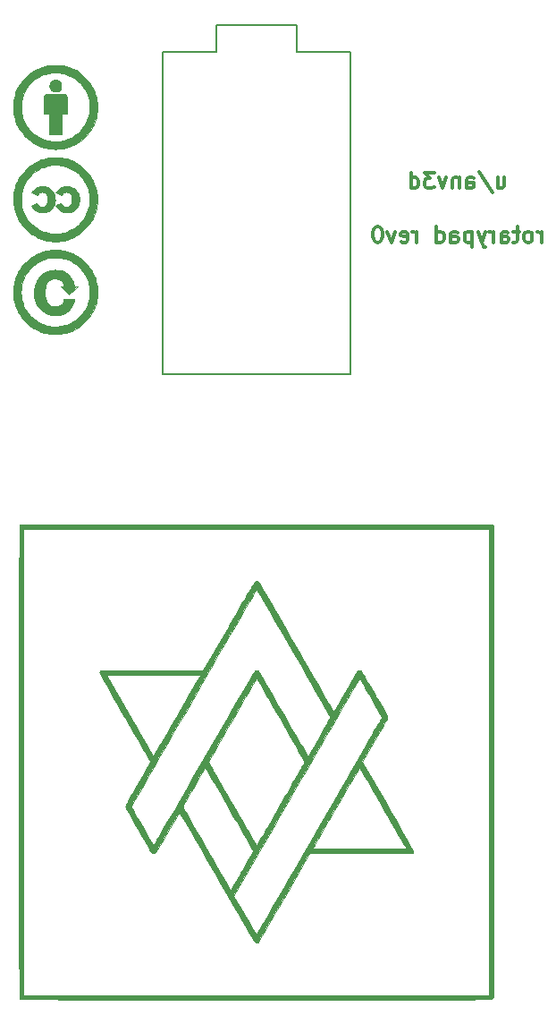
<source format=gbo>
%TF.GenerationSoftware,KiCad,Pcbnew,(5.1.9)-1*%
%TF.CreationDate,2021-03-01T21:33:36-08:00*%
%TF.ProjectId,numpad,6e756d70-6164-42e6-9b69-6361645f7063,rev?*%
%TF.SameCoordinates,Original*%
%TF.FileFunction,Legend,Bot*%
%TF.FilePolarity,Positive*%
%FSLAX46Y46*%
G04 Gerber Fmt 4.6, Leading zero omitted, Abs format (unit mm)*
G04 Created by KiCad (PCBNEW (5.1.9)-1) date 2021-03-01 21:33:36*
%MOMM*%
%LPD*%
G01*
G04 APERTURE LIST*
%ADD10C,0.300000*%
%ADD11C,0.010000*%
%ADD12C,0.150000*%
G04 APERTURE END LIST*
D10*
X247530464Y-53484821D02*
X247530464Y-54484821D01*
X248173321Y-53484821D02*
X248173321Y-54270535D01*
X248101892Y-54413392D01*
X247959035Y-54484821D01*
X247744750Y-54484821D01*
X247601892Y-54413392D01*
X247530464Y-54341964D01*
X245744750Y-52913392D02*
X247030464Y-54841964D01*
X244601892Y-54484821D02*
X244601892Y-53699107D01*
X244673321Y-53556250D01*
X244816178Y-53484821D01*
X245101892Y-53484821D01*
X245244750Y-53556250D01*
X244601892Y-54413392D02*
X244744750Y-54484821D01*
X245101892Y-54484821D01*
X245244750Y-54413392D01*
X245316178Y-54270535D01*
X245316178Y-54127678D01*
X245244750Y-53984821D01*
X245101892Y-53913392D01*
X244744750Y-53913392D01*
X244601892Y-53841964D01*
X243887607Y-53484821D02*
X243887607Y-54484821D01*
X243887607Y-53627678D02*
X243816178Y-53556250D01*
X243673321Y-53484821D01*
X243459035Y-53484821D01*
X243316178Y-53556250D01*
X243244750Y-53699107D01*
X243244750Y-54484821D01*
X242673321Y-53484821D02*
X242316178Y-54484821D01*
X241959035Y-53484821D01*
X241530464Y-52984821D02*
X240601892Y-52984821D01*
X241101892Y-53556250D01*
X240887607Y-53556250D01*
X240744750Y-53627678D01*
X240673321Y-53699107D01*
X240601892Y-53841964D01*
X240601892Y-54199107D01*
X240673321Y-54341964D01*
X240744750Y-54413392D01*
X240887607Y-54484821D01*
X241316178Y-54484821D01*
X241459035Y-54413392D01*
X241530464Y-54341964D01*
X239316178Y-54484821D02*
X239316178Y-52984821D01*
X239316178Y-54413392D02*
X239459035Y-54484821D01*
X239744750Y-54484821D01*
X239887607Y-54413392D01*
X239959035Y-54341964D01*
X240030464Y-54199107D01*
X240030464Y-53770535D01*
X239959035Y-53627678D01*
X239887607Y-53556250D01*
X239744750Y-53484821D01*
X239459035Y-53484821D01*
X239316178Y-53556250D01*
X251673321Y-59584821D02*
X251673321Y-58584821D01*
X251673321Y-58870535D02*
X251601892Y-58727678D01*
X251530464Y-58656250D01*
X251387607Y-58584821D01*
X251244750Y-58584821D01*
X250530464Y-59584821D02*
X250673321Y-59513392D01*
X250744750Y-59441964D01*
X250816178Y-59299107D01*
X250816178Y-58870535D01*
X250744750Y-58727678D01*
X250673321Y-58656250D01*
X250530464Y-58584821D01*
X250316178Y-58584821D01*
X250173321Y-58656250D01*
X250101892Y-58727678D01*
X250030464Y-58870535D01*
X250030464Y-59299107D01*
X250101892Y-59441964D01*
X250173321Y-59513392D01*
X250316178Y-59584821D01*
X250530464Y-59584821D01*
X249601892Y-58584821D02*
X249030464Y-58584821D01*
X249387607Y-58084821D02*
X249387607Y-59370535D01*
X249316178Y-59513392D01*
X249173321Y-59584821D01*
X249030464Y-59584821D01*
X247887607Y-59584821D02*
X247887607Y-58799107D01*
X247959035Y-58656250D01*
X248101892Y-58584821D01*
X248387607Y-58584821D01*
X248530464Y-58656250D01*
X247887607Y-59513392D02*
X248030464Y-59584821D01*
X248387607Y-59584821D01*
X248530464Y-59513392D01*
X248601892Y-59370535D01*
X248601892Y-59227678D01*
X248530464Y-59084821D01*
X248387607Y-59013392D01*
X248030464Y-59013392D01*
X247887607Y-58941964D01*
X247173321Y-59584821D02*
X247173321Y-58584821D01*
X247173321Y-58870535D02*
X247101892Y-58727678D01*
X247030464Y-58656250D01*
X246887607Y-58584821D01*
X246744750Y-58584821D01*
X246387607Y-58584821D02*
X246030464Y-59584821D01*
X245673321Y-58584821D02*
X246030464Y-59584821D01*
X246173321Y-59941964D01*
X246244750Y-60013392D01*
X246387607Y-60084821D01*
X245101892Y-58584821D02*
X245101892Y-60084821D01*
X245101892Y-58656250D02*
X244959035Y-58584821D01*
X244673321Y-58584821D01*
X244530464Y-58656250D01*
X244459035Y-58727678D01*
X244387607Y-58870535D01*
X244387607Y-59299107D01*
X244459035Y-59441964D01*
X244530464Y-59513392D01*
X244673321Y-59584821D01*
X244959035Y-59584821D01*
X245101892Y-59513392D01*
X243101892Y-59584821D02*
X243101892Y-58799107D01*
X243173321Y-58656250D01*
X243316178Y-58584821D01*
X243601892Y-58584821D01*
X243744750Y-58656250D01*
X243101892Y-59513392D02*
X243244750Y-59584821D01*
X243601892Y-59584821D01*
X243744750Y-59513392D01*
X243816178Y-59370535D01*
X243816178Y-59227678D01*
X243744750Y-59084821D01*
X243601892Y-59013392D01*
X243244750Y-59013392D01*
X243101892Y-58941964D01*
X241744750Y-59584821D02*
X241744750Y-58084821D01*
X241744750Y-59513392D02*
X241887607Y-59584821D01*
X242173321Y-59584821D01*
X242316178Y-59513392D01*
X242387607Y-59441964D01*
X242459035Y-59299107D01*
X242459035Y-58870535D01*
X242387607Y-58727678D01*
X242316178Y-58656250D01*
X242173321Y-58584821D01*
X241887607Y-58584821D01*
X241744750Y-58656250D01*
X239887607Y-59584821D02*
X239887607Y-58584821D01*
X239887607Y-58870535D02*
X239816178Y-58727678D01*
X239744750Y-58656250D01*
X239601892Y-58584821D01*
X239459035Y-58584821D01*
X238387607Y-59513392D02*
X238530464Y-59584821D01*
X238816178Y-59584821D01*
X238959035Y-59513392D01*
X239030464Y-59370535D01*
X239030464Y-58799107D01*
X238959035Y-58656250D01*
X238816178Y-58584821D01*
X238530464Y-58584821D01*
X238387607Y-58656250D01*
X238316178Y-58799107D01*
X238316178Y-58941964D01*
X239030464Y-59084821D01*
X237816178Y-58584821D02*
X237459035Y-59584821D01*
X237101892Y-58584821D01*
X236244750Y-58084821D02*
X236101892Y-58084821D01*
X235959035Y-58156250D01*
X235887607Y-58227678D01*
X235816178Y-58370535D01*
X235744750Y-58656250D01*
X235744750Y-59013392D01*
X235816178Y-59299107D01*
X235887607Y-59441964D01*
X235959035Y-59513392D01*
X236101892Y-59584821D01*
X236244750Y-59584821D01*
X236387607Y-59513392D01*
X236459035Y-59441964D01*
X236530464Y-59299107D01*
X236601892Y-59013392D01*
X236601892Y-58656250D01*
X236530464Y-58370535D01*
X236459035Y-58227678D01*
X236387607Y-58156250D01*
X236244750Y-58084821D01*
D11*
%TO.C,G\u002A\u002A\u002A*%
G36*
X223014430Y-86261424D02*
G01*
X221426382Y-86261455D01*
X219921719Y-86261516D01*
X218498186Y-86261615D01*
X217153530Y-86261760D01*
X215885500Y-86261959D01*
X214691843Y-86262220D01*
X213570304Y-86262550D01*
X212518633Y-86262958D01*
X211534575Y-86263451D01*
X210615877Y-86264038D01*
X209760288Y-86264726D01*
X208965554Y-86265523D01*
X208229423Y-86266437D01*
X207549641Y-86267475D01*
X206923956Y-86268647D01*
X206350114Y-86269959D01*
X205825864Y-86271420D01*
X205348952Y-86273038D01*
X204917125Y-86274819D01*
X204528131Y-86276773D01*
X204179716Y-86278907D01*
X203869628Y-86281229D01*
X203595615Y-86283748D01*
X203355422Y-86286469D01*
X203146798Y-86289403D01*
X202967489Y-86292556D01*
X202815243Y-86295937D01*
X202687807Y-86299553D01*
X202582927Y-86303412D01*
X202498352Y-86307523D01*
X202431828Y-86311893D01*
X202381103Y-86316529D01*
X202343923Y-86321441D01*
X202318036Y-86326635D01*
X202301189Y-86332120D01*
X202291129Y-86337903D01*
X202288904Y-86339888D01*
X202283020Y-86348195D01*
X202277437Y-86362541D01*
X202272148Y-86385180D01*
X202267143Y-86418364D01*
X202262416Y-86464347D01*
X202257959Y-86525381D01*
X202253764Y-86603719D01*
X202249822Y-86701615D01*
X202246126Y-86821319D01*
X202242668Y-86965087D01*
X202239440Y-87135170D01*
X202236435Y-87333821D01*
X202233643Y-87563293D01*
X202231059Y-87825839D01*
X202228672Y-88123712D01*
X202226477Y-88459165D01*
X202224464Y-88834450D01*
X202222626Y-89251820D01*
X202220955Y-89713529D01*
X202219443Y-90221828D01*
X202218082Y-90778971D01*
X202216865Y-91387211D01*
X202215783Y-92048800D01*
X202214828Y-92765992D01*
X202213994Y-93541039D01*
X202213270Y-94376194D01*
X202212651Y-95273709D01*
X202212128Y-96235838D01*
X202211692Y-97264834D01*
X202211337Y-98362949D01*
X202211054Y-99532437D01*
X202210836Y-100775549D01*
X202210674Y-102094539D01*
X202210560Y-103491660D01*
X202210488Y-104969165D01*
X202210448Y-106529305D01*
X202210433Y-108174335D01*
X202210432Y-108739097D01*
X202210440Y-110412781D01*
X202210471Y-112000829D01*
X202210532Y-113505493D01*
X202210631Y-114929026D01*
X202210776Y-116273681D01*
X202210975Y-117541711D01*
X202211236Y-118735369D01*
X202211566Y-119856908D01*
X202211974Y-120908580D01*
X202212467Y-121892638D01*
X202213054Y-122811335D01*
X202213742Y-123666924D01*
X202214539Y-124461658D01*
X202215453Y-125197790D01*
X202216492Y-125877572D01*
X202217663Y-126503257D01*
X202218975Y-127077099D01*
X202220436Y-127601349D01*
X202222054Y-128078261D01*
X202223835Y-128510088D01*
X202225789Y-128899083D01*
X202227923Y-129247497D01*
X202230246Y-129557585D01*
X202232764Y-129831599D01*
X202235486Y-130071791D01*
X202238419Y-130280415D01*
X202241572Y-130459724D01*
X202244953Y-130611970D01*
X202248569Y-130739406D01*
X202252428Y-130844286D01*
X202256539Y-130928861D01*
X202260909Y-130995384D01*
X202265545Y-131046110D01*
X202270457Y-131083289D01*
X202275651Y-131109176D01*
X202281136Y-131126023D01*
X202286919Y-131136083D01*
X202288904Y-131138307D01*
X202297233Y-131144199D01*
X202311633Y-131149791D01*
X202334360Y-131155093D01*
X202367671Y-131160112D01*
X202413819Y-131164859D01*
X202475060Y-131169341D01*
X202553651Y-131173567D01*
X202651846Y-131177547D01*
X202771901Y-131181288D01*
X202916071Y-131184800D01*
X203086612Y-131188091D01*
X203285780Y-131191170D01*
X203515829Y-131194045D01*
X203779015Y-131196727D01*
X204077594Y-131199223D01*
X204413821Y-131201542D01*
X204789951Y-131203692D01*
X205208241Y-131205683D01*
X205670945Y-131207524D01*
X206180318Y-131209223D01*
X206738618Y-131210788D01*
X207348098Y-131212229D01*
X208011014Y-131213555D01*
X208729622Y-131214774D01*
X209506177Y-131215894D01*
X210342935Y-131216925D01*
X211242151Y-131217876D01*
X212206080Y-131218754D01*
X213236979Y-131219570D01*
X214337102Y-131220331D01*
X215508705Y-131221047D01*
X216754043Y-131221726D01*
X218075372Y-131222376D01*
X219474948Y-131223008D01*
X220955025Y-131223628D01*
X222517859Y-131224247D01*
X224165706Y-131224873D01*
X224634752Y-131225048D01*
X226231641Y-131225562D01*
X227784058Y-131225905D01*
X229290168Y-131226078D01*
X230748140Y-131226085D01*
X232156140Y-131225928D01*
X233512336Y-131225609D01*
X234814895Y-131225132D01*
X236061984Y-131224498D01*
X237251770Y-131223711D01*
X238382421Y-131222773D01*
X239452104Y-131221686D01*
X240458985Y-131220454D01*
X241401233Y-131219079D01*
X242277014Y-131217563D01*
X243084495Y-131215909D01*
X243821844Y-131214120D01*
X244487228Y-131212198D01*
X245078814Y-131210146D01*
X245594769Y-131207966D01*
X246033261Y-131205662D01*
X246392457Y-131203235D01*
X246670523Y-131200689D01*
X246865628Y-131198025D01*
X246975937Y-131195247D01*
X247001642Y-131193269D01*
X247092385Y-131122833D01*
X247144591Y-131038981D01*
X247148231Y-130985264D01*
X247151671Y-130844044D01*
X247154910Y-130615704D01*
X247157949Y-130300632D01*
X247160786Y-129899211D01*
X247163421Y-129411827D01*
X247165853Y-128838866D01*
X247168082Y-128180712D01*
X247170107Y-127437750D01*
X247171928Y-126610366D01*
X247173544Y-125698946D01*
X247174954Y-124703874D01*
X247176158Y-123625535D01*
X247177156Y-122464315D01*
X247177946Y-121220599D01*
X247178529Y-119894772D01*
X247178903Y-118487219D01*
X247179069Y-116998326D01*
X247179025Y-115428478D01*
X247178772Y-113778059D01*
X247178308Y-112047456D01*
X247177632Y-110237053D01*
X247176910Y-108671550D01*
X247176067Y-107000432D01*
X247175244Y-105414948D01*
X247174432Y-103912840D01*
X247173622Y-102491853D01*
X247172806Y-101149731D01*
X247171973Y-99884217D01*
X247171116Y-98693056D01*
X247170224Y-97573991D01*
X247169290Y-96524766D01*
X247168303Y-95543124D01*
X247167255Y-94626811D01*
X247166137Y-93773570D01*
X247164940Y-92981144D01*
X247163654Y-92247277D01*
X247162271Y-91569713D01*
X247160781Y-90946197D01*
X247159176Y-90374472D01*
X247157446Y-89852281D01*
X247155583Y-89377369D01*
X247153577Y-88947479D01*
X247151420Y-88560356D01*
X247149101Y-88213743D01*
X247146613Y-87905384D01*
X247143946Y-87633023D01*
X247141091Y-87394404D01*
X247138039Y-87187270D01*
X247134782Y-87009366D01*
X247131309Y-86858435D01*
X247127612Y-86732221D01*
X247125592Y-86678890D01*
X246748321Y-86678890D01*
X246748321Y-130799305D01*
X202627906Y-130799305D01*
X202627906Y-86678890D01*
X246748321Y-86678890D01*
X247125592Y-86678890D01*
X247123681Y-86628469D01*
X247119509Y-86544921D01*
X247115085Y-86479322D01*
X247110401Y-86429415D01*
X247105448Y-86392945D01*
X247100216Y-86367656D01*
X247094697Y-86351290D01*
X247088882Y-86341593D01*
X247087323Y-86339888D01*
X247079016Y-86334004D01*
X247064670Y-86328421D01*
X247042030Y-86323131D01*
X247008845Y-86318127D01*
X246962862Y-86313400D01*
X246901826Y-86308943D01*
X246823487Y-86304747D01*
X246725590Y-86300806D01*
X246605884Y-86297110D01*
X246462115Y-86293652D01*
X246292030Y-86290424D01*
X246093377Y-86287418D01*
X245863902Y-86284627D01*
X245601354Y-86282042D01*
X245303478Y-86279656D01*
X244968023Y-86277461D01*
X244592735Y-86275448D01*
X244175361Y-86273610D01*
X243713649Y-86271939D01*
X243205346Y-86270427D01*
X242648200Y-86269066D01*
X242039956Y-86267849D01*
X241378362Y-86266767D01*
X240661167Y-86265812D01*
X239886115Y-86264978D01*
X239050956Y-86264254D01*
X238153436Y-86263635D01*
X237191301Y-86263112D01*
X236162301Y-86262676D01*
X235064180Y-86262321D01*
X233894687Y-86262038D01*
X232651570Y-86261820D01*
X231332574Y-86261658D01*
X229935447Y-86261544D01*
X228457936Y-86261472D01*
X226897789Y-86261432D01*
X225252753Y-86261417D01*
X224688114Y-86261416D01*
X223014430Y-86261424D01*
G37*
X223014430Y-86261424D02*
X221426382Y-86261455D01*
X219921719Y-86261516D01*
X218498186Y-86261615D01*
X217153530Y-86261760D01*
X215885500Y-86261959D01*
X214691843Y-86262220D01*
X213570304Y-86262550D01*
X212518633Y-86262958D01*
X211534575Y-86263451D01*
X210615877Y-86264038D01*
X209760288Y-86264726D01*
X208965554Y-86265523D01*
X208229423Y-86266437D01*
X207549641Y-86267475D01*
X206923956Y-86268647D01*
X206350114Y-86269959D01*
X205825864Y-86271420D01*
X205348952Y-86273038D01*
X204917125Y-86274819D01*
X204528131Y-86276773D01*
X204179716Y-86278907D01*
X203869628Y-86281229D01*
X203595615Y-86283748D01*
X203355422Y-86286469D01*
X203146798Y-86289403D01*
X202967489Y-86292556D01*
X202815243Y-86295937D01*
X202687807Y-86299553D01*
X202582927Y-86303412D01*
X202498352Y-86307523D01*
X202431828Y-86311893D01*
X202381103Y-86316529D01*
X202343923Y-86321441D01*
X202318036Y-86326635D01*
X202301189Y-86332120D01*
X202291129Y-86337903D01*
X202288904Y-86339888D01*
X202283020Y-86348195D01*
X202277437Y-86362541D01*
X202272148Y-86385180D01*
X202267143Y-86418364D01*
X202262416Y-86464347D01*
X202257959Y-86525381D01*
X202253764Y-86603719D01*
X202249822Y-86701615D01*
X202246126Y-86821319D01*
X202242668Y-86965087D01*
X202239440Y-87135170D01*
X202236435Y-87333821D01*
X202233643Y-87563293D01*
X202231059Y-87825839D01*
X202228672Y-88123712D01*
X202226477Y-88459165D01*
X202224464Y-88834450D01*
X202222626Y-89251820D01*
X202220955Y-89713529D01*
X202219443Y-90221828D01*
X202218082Y-90778971D01*
X202216865Y-91387211D01*
X202215783Y-92048800D01*
X202214828Y-92765992D01*
X202213994Y-93541039D01*
X202213270Y-94376194D01*
X202212651Y-95273709D01*
X202212128Y-96235838D01*
X202211692Y-97264834D01*
X202211337Y-98362949D01*
X202211054Y-99532437D01*
X202210836Y-100775549D01*
X202210674Y-102094539D01*
X202210560Y-103491660D01*
X202210488Y-104969165D01*
X202210448Y-106529305D01*
X202210433Y-108174335D01*
X202210432Y-108739097D01*
X202210440Y-110412781D01*
X202210471Y-112000829D01*
X202210532Y-113505493D01*
X202210631Y-114929026D01*
X202210776Y-116273681D01*
X202210975Y-117541711D01*
X202211236Y-118735369D01*
X202211566Y-119856908D01*
X202211974Y-120908580D01*
X202212467Y-121892638D01*
X202213054Y-122811335D01*
X202213742Y-123666924D01*
X202214539Y-124461658D01*
X202215453Y-125197790D01*
X202216492Y-125877572D01*
X202217663Y-126503257D01*
X202218975Y-127077099D01*
X202220436Y-127601349D01*
X202222054Y-128078261D01*
X202223835Y-128510088D01*
X202225789Y-128899083D01*
X202227923Y-129247497D01*
X202230246Y-129557585D01*
X202232764Y-129831599D01*
X202235486Y-130071791D01*
X202238419Y-130280415D01*
X202241572Y-130459724D01*
X202244953Y-130611970D01*
X202248569Y-130739406D01*
X202252428Y-130844286D01*
X202256539Y-130928861D01*
X202260909Y-130995384D01*
X202265545Y-131046110D01*
X202270457Y-131083289D01*
X202275651Y-131109176D01*
X202281136Y-131126023D01*
X202286919Y-131136083D01*
X202288904Y-131138307D01*
X202297233Y-131144199D01*
X202311633Y-131149791D01*
X202334360Y-131155093D01*
X202367671Y-131160112D01*
X202413819Y-131164859D01*
X202475060Y-131169341D01*
X202553651Y-131173567D01*
X202651846Y-131177547D01*
X202771901Y-131181288D01*
X202916071Y-131184800D01*
X203086612Y-131188091D01*
X203285780Y-131191170D01*
X203515829Y-131194045D01*
X203779015Y-131196727D01*
X204077594Y-131199223D01*
X204413821Y-131201542D01*
X204789951Y-131203692D01*
X205208241Y-131205683D01*
X205670945Y-131207524D01*
X206180318Y-131209223D01*
X206738618Y-131210788D01*
X207348098Y-131212229D01*
X208011014Y-131213555D01*
X208729622Y-131214774D01*
X209506177Y-131215894D01*
X210342935Y-131216925D01*
X211242151Y-131217876D01*
X212206080Y-131218754D01*
X213236979Y-131219570D01*
X214337102Y-131220331D01*
X215508705Y-131221047D01*
X216754043Y-131221726D01*
X218075372Y-131222376D01*
X219474948Y-131223008D01*
X220955025Y-131223628D01*
X222517859Y-131224247D01*
X224165706Y-131224873D01*
X224634752Y-131225048D01*
X226231641Y-131225562D01*
X227784058Y-131225905D01*
X229290168Y-131226078D01*
X230748140Y-131226085D01*
X232156140Y-131225928D01*
X233512336Y-131225609D01*
X234814895Y-131225132D01*
X236061984Y-131224498D01*
X237251770Y-131223711D01*
X238382421Y-131222773D01*
X239452104Y-131221686D01*
X240458985Y-131220454D01*
X241401233Y-131219079D01*
X242277014Y-131217563D01*
X243084495Y-131215909D01*
X243821844Y-131214120D01*
X244487228Y-131212198D01*
X245078814Y-131210146D01*
X245594769Y-131207966D01*
X246033261Y-131205662D01*
X246392457Y-131203235D01*
X246670523Y-131200689D01*
X246865628Y-131198025D01*
X246975937Y-131195247D01*
X247001642Y-131193269D01*
X247092385Y-131122833D01*
X247144591Y-131038981D01*
X247148231Y-130985264D01*
X247151671Y-130844044D01*
X247154910Y-130615704D01*
X247157949Y-130300632D01*
X247160786Y-129899211D01*
X247163421Y-129411827D01*
X247165853Y-128838866D01*
X247168082Y-128180712D01*
X247170107Y-127437750D01*
X247171928Y-126610366D01*
X247173544Y-125698946D01*
X247174954Y-124703874D01*
X247176158Y-123625535D01*
X247177156Y-122464315D01*
X247177946Y-121220599D01*
X247178529Y-119894772D01*
X247178903Y-118487219D01*
X247179069Y-116998326D01*
X247179025Y-115428478D01*
X247178772Y-113778059D01*
X247178308Y-112047456D01*
X247177632Y-110237053D01*
X247176910Y-108671550D01*
X247176067Y-107000432D01*
X247175244Y-105414948D01*
X247174432Y-103912840D01*
X247173622Y-102491853D01*
X247172806Y-101149731D01*
X247171973Y-99884217D01*
X247171116Y-98693056D01*
X247170224Y-97573991D01*
X247169290Y-96524766D01*
X247168303Y-95543124D01*
X247167255Y-94626811D01*
X247166137Y-93773570D01*
X247164940Y-92981144D01*
X247163654Y-92247277D01*
X247162271Y-91569713D01*
X247160781Y-90946197D01*
X247159176Y-90374472D01*
X247157446Y-89852281D01*
X247155583Y-89377369D01*
X247153577Y-88947479D01*
X247151420Y-88560356D01*
X247149101Y-88213743D01*
X247146613Y-87905384D01*
X247143946Y-87633023D01*
X247141091Y-87394404D01*
X247138039Y-87187270D01*
X247134782Y-87009366D01*
X247131309Y-86858435D01*
X247127612Y-86732221D01*
X247125592Y-86678890D01*
X246748321Y-86678890D01*
X246748321Y-130799305D01*
X202627906Y-130799305D01*
X202627906Y-86678890D01*
X246748321Y-86678890D01*
X247125592Y-86678890D01*
X247123681Y-86628469D01*
X247119509Y-86544921D01*
X247115085Y-86479322D01*
X247110401Y-86429415D01*
X247105448Y-86392945D01*
X247100216Y-86367656D01*
X247094697Y-86351290D01*
X247088882Y-86341593D01*
X247087323Y-86339888D01*
X247079016Y-86334004D01*
X247064670Y-86328421D01*
X247042030Y-86323131D01*
X247008845Y-86318127D01*
X246962862Y-86313400D01*
X246901826Y-86308943D01*
X246823487Y-86304747D01*
X246725590Y-86300806D01*
X246605884Y-86297110D01*
X246462115Y-86293652D01*
X246292030Y-86290424D01*
X246093377Y-86287418D01*
X245863902Y-86284627D01*
X245601354Y-86282042D01*
X245303478Y-86279656D01*
X244968023Y-86277461D01*
X244592735Y-86275448D01*
X244175361Y-86273610D01*
X243713649Y-86271939D01*
X243205346Y-86270427D01*
X242648200Y-86269066D01*
X242039956Y-86267849D01*
X241378362Y-86266767D01*
X240661167Y-86265812D01*
X239886115Y-86264978D01*
X239050956Y-86264254D01*
X238153436Y-86263635D01*
X237191301Y-86263112D01*
X236162301Y-86262676D01*
X235064180Y-86262321D01*
X233894687Y-86262038D01*
X232651570Y-86261820D01*
X231332574Y-86261658D01*
X229935447Y-86261544D01*
X228457936Y-86261472D01*
X226897789Y-86261432D01*
X225252753Y-86261417D01*
X224688114Y-86261416D01*
X223014430Y-86261424D01*
G36*
X224535596Y-91685218D02*
G01*
X224519762Y-91698729D01*
X224490951Y-91743336D01*
X224421156Y-91859139D01*
X224313267Y-92041179D01*
X224170175Y-92284495D01*
X223994769Y-92584130D01*
X223789940Y-92935123D01*
X223558578Y-93332515D01*
X223303572Y-93771347D01*
X223027813Y-94246659D01*
X222734191Y-94753492D01*
X222425596Y-95286887D01*
X222104919Y-95841884D01*
X222061309Y-95917414D01*
X219656951Y-100082004D01*
X214798622Y-100082004D01*
X213999303Y-100082222D01*
X213284103Y-100082903D01*
X212649255Y-100084088D01*
X212090988Y-100085816D01*
X211605535Y-100088129D01*
X211189126Y-100091067D01*
X210837993Y-100094671D01*
X210548367Y-100098980D01*
X210316480Y-100104035D01*
X210138563Y-100109877D01*
X210010846Y-100116547D01*
X209929562Y-100124084D01*
X209890941Y-100132529D01*
X209887560Y-100134738D01*
X209844510Y-100219406D01*
X209834826Y-100285581D01*
X209856413Y-100336161D01*
X209919278Y-100457710D01*
X210020578Y-100645187D01*
X210157468Y-100893547D01*
X210327104Y-101197749D01*
X210526643Y-101552750D01*
X210753242Y-101953507D01*
X211004055Y-102394979D01*
X211276240Y-102872122D01*
X211566953Y-103379894D01*
X211873349Y-103913252D01*
X212192585Y-104467154D01*
X212214447Y-104505021D01*
X212534569Y-105059832D01*
X212842398Y-105594085D01*
X213135067Y-106102764D01*
X213409710Y-106580855D01*
X213663461Y-107023343D01*
X213893453Y-107425213D01*
X214096820Y-107781451D01*
X214270695Y-108087041D01*
X214412213Y-108336970D01*
X214518507Y-108526222D01*
X214586711Y-108649782D01*
X214613958Y-108702636D01*
X214614256Y-108703553D01*
X214596847Y-108758385D01*
X214536964Y-108884119D01*
X214437123Y-109076158D01*
X214299842Y-109329903D01*
X214127636Y-109640757D01*
X213923024Y-110004122D01*
X213688522Y-110415400D01*
X213458838Y-110814338D01*
X213215570Y-111237187D01*
X212993139Y-111627860D01*
X212794896Y-111980252D01*
X212624188Y-112288256D01*
X212484364Y-112545766D01*
X212378772Y-112746676D01*
X212310762Y-112884880D01*
X212283683Y-112954271D01*
X212283342Y-112957783D01*
X212304589Y-113009631D01*
X212365112Y-113129091D01*
X212460129Y-113307722D01*
X212584860Y-113537085D01*
X212734522Y-113808742D01*
X212904335Y-114114253D01*
X213089517Y-114445181D01*
X213285287Y-114793085D01*
X213486864Y-115149527D01*
X213689466Y-115506068D01*
X213888312Y-115854270D01*
X214078621Y-116185692D01*
X214255612Y-116491896D01*
X214414503Y-116764444D01*
X214550513Y-116994896D01*
X214658861Y-117174814D01*
X214734765Y-117295758D01*
X214768171Y-117343482D01*
X214843322Y-117380060D01*
X214962335Y-117387773D01*
X214966544Y-117387427D01*
X215001065Y-117383264D01*
X215033905Y-117373047D01*
X215069089Y-117350588D01*
X215110642Y-117309696D01*
X215162592Y-117244183D01*
X215228963Y-117147860D01*
X215313781Y-117014536D01*
X215421072Y-116838023D01*
X215554862Y-116612131D01*
X215719176Y-116330671D01*
X215918041Y-115987454D01*
X216155482Y-115576290D01*
X216241201Y-115427740D01*
X216501874Y-114977076D01*
X216722614Y-114598085D01*
X216906509Y-114285800D01*
X217056648Y-114035254D01*
X217176119Y-113841482D01*
X217268013Y-113699516D01*
X217335417Y-113604389D01*
X217381421Y-113551135D01*
X217409113Y-113534788D01*
X217416396Y-113538120D01*
X217443805Y-113581936D01*
X217512698Y-113697817D01*
X217620697Y-113881664D01*
X217765427Y-114129380D01*
X217944513Y-114436866D01*
X218155578Y-114800023D01*
X218396245Y-115214753D01*
X218664141Y-115676957D01*
X218956887Y-116182536D01*
X219272108Y-116727394D01*
X219607429Y-117307430D01*
X219960473Y-117918546D01*
X220328864Y-118556645D01*
X220710227Y-119217627D01*
X220952280Y-119637367D01*
X221340739Y-120310872D01*
X221717868Y-120964259D01*
X222081278Y-121593409D01*
X222428581Y-122194207D01*
X222757388Y-122762536D01*
X223065310Y-123294278D01*
X223349958Y-123785318D01*
X223608944Y-124231538D01*
X223839878Y-124628821D01*
X224040372Y-124973050D01*
X224208037Y-125260110D01*
X224340485Y-125485882D01*
X224435326Y-125646250D01*
X224490171Y-125737098D01*
X224503002Y-125756658D01*
X224603044Y-125817070D01*
X224729745Y-125830535D01*
X224839334Y-125794113D01*
X224855597Y-125780334D01*
X224884285Y-125735842D01*
X224953947Y-125620146D01*
X225061697Y-125438205D01*
X225204645Y-125194977D01*
X225379905Y-124895419D01*
X225584588Y-124544491D01*
X225815807Y-124147149D01*
X226070674Y-123708352D01*
X226346300Y-123233058D01*
X226639798Y-122726225D01*
X226948281Y-122192811D01*
X227268859Y-121637775D01*
X227312797Y-121561649D01*
X229716770Y-117396191D01*
X234576352Y-117396191D01*
X235375777Y-117395973D01*
X236091083Y-117395292D01*
X236726037Y-117394108D01*
X237284407Y-117392380D01*
X237769963Y-117390067D01*
X238186471Y-117387130D01*
X238537701Y-117383528D01*
X238827421Y-117379220D01*
X239059398Y-117374167D01*
X239237402Y-117368326D01*
X239365200Y-117361659D01*
X239446561Y-117354124D01*
X239485253Y-117345681D01*
X239488667Y-117343457D01*
X239531810Y-117258693D01*
X239541401Y-117193186D01*
X239519813Y-117142770D01*
X239456932Y-117021344D01*
X239422002Y-116956745D01*
X238890913Y-116956745D01*
X234448164Y-116956745D01*
X233831430Y-116956477D01*
X233240079Y-116955699D01*
X232679962Y-116954447D01*
X232156929Y-116952757D01*
X231676832Y-116950666D01*
X231245523Y-116948210D01*
X230868852Y-116945425D01*
X230552671Y-116942348D01*
X230302832Y-116939016D01*
X230125184Y-116935464D01*
X230025581Y-116931730D01*
X230005415Y-116929094D01*
X230026903Y-116887974D01*
X230089408Y-116775880D01*
X230189993Y-116597945D01*
X230325716Y-116359303D01*
X230493641Y-116065087D01*
X230690828Y-115720430D01*
X230914338Y-115330467D01*
X231161232Y-114900331D01*
X231428572Y-114435155D01*
X231713419Y-113940072D01*
X232012833Y-113420217D01*
X232208646Y-113080522D01*
X232579925Y-112437151D01*
X232909963Y-111866431D01*
X233200999Y-111364628D01*
X233455269Y-110928012D01*
X233675013Y-110552850D01*
X233862469Y-110235410D01*
X234019873Y-109971962D01*
X234149466Y-109758772D01*
X234253483Y-109592110D01*
X234334165Y-109468244D01*
X234393748Y-109383442D01*
X234434471Y-109333971D01*
X234458571Y-109316102D01*
X234465177Y-109317947D01*
X234494320Y-109363635D01*
X234564189Y-109480185D01*
X234671685Y-109662273D01*
X234813713Y-109904576D01*
X234987176Y-110201770D01*
X235188976Y-110548531D01*
X235416018Y-110939536D01*
X235665204Y-111369462D01*
X235933437Y-111832985D01*
X236217622Y-112324781D01*
X236514661Y-112839527D01*
X236620843Y-113023700D01*
X236922650Y-113547279D01*
X237213221Y-114051312D01*
X237489393Y-114530316D01*
X237748003Y-114978807D01*
X237985887Y-115391301D01*
X238199885Y-115762317D01*
X238386831Y-116086369D01*
X238543564Y-116357975D01*
X238666921Y-116571651D01*
X238753739Y-116721914D01*
X238800855Y-116803280D01*
X238807062Y-116813924D01*
X238890913Y-116956745D01*
X239422002Y-116956745D01*
X239355581Y-116833912D01*
X239218583Y-116585478D01*
X239048763Y-116281048D01*
X238848944Y-115925625D01*
X238621949Y-115524215D01*
X238370601Y-115081821D01*
X238097724Y-114603448D01*
X237806143Y-114094100D01*
X237498679Y-113558783D01*
X237178157Y-113002500D01*
X237128248Y-112916037D01*
X234715096Y-108736425D01*
X235896067Y-106690461D01*
X236120629Y-106300730D01*
X236332198Y-105932214D01*
X236526622Y-105592237D01*
X236699748Y-105288126D01*
X236847422Y-105027205D01*
X236965492Y-104816801D01*
X237049805Y-104664237D01*
X237096208Y-104576841D01*
X237103819Y-104560119D01*
X237099855Y-104539530D01*
X236545293Y-104539530D01*
X236522326Y-104582922D01*
X236457656Y-104698392D01*
X236353467Y-104882153D01*
X236211946Y-105130420D01*
X236035277Y-105439405D01*
X235825645Y-105805321D01*
X235585237Y-106224383D01*
X235316237Y-106692803D01*
X235020831Y-107206795D01*
X234701204Y-107762572D01*
X234359541Y-108356347D01*
X233998028Y-108984335D01*
X233618850Y-109642747D01*
X233224192Y-110327798D01*
X232816241Y-111035701D01*
X232397180Y-111762670D01*
X231969196Y-112504916D01*
X231534473Y-113258655D01*
X231095198Y-114020100D01*
X230653555Y-114785463D01*
X230211730Y-115550958D01*
X229771908Y-116312798D01*
X229336274Y-117067197D01*
X228907014Y-117810369D01*
X228486313Y-118538525D01*
X228076357Y-119247881D01*
X227679330Y-119934649D01*
X227297419Y-120595042D01*
X226932808Y-121225275D01*
X226587683Y-121821559D01*
X226264229Y-122380110D01*
X225964631Y-122897139D01*
X225691075Y-123368860D01*
X225445747Y-123791488D01*
X225230831Y-124161234D01*
X225048512Y-124474313D01*
X224900977Y-124726937D01*
X224790410Y-124915321D01*
X224718997Y-125035677D01*
X224688923Y-125084219D01*
X224688114Y-125085072D01*
X224662471Y-125048200D01*
X224597390Y-124942437D01*
X224497186Y-124775115D01*
X224366175Y-124553568D01*
X224208673Y-124285127D01*
X224028998Y-123977126D01*
X223831464Y-123636897D01*
X223620387Y-123271772D01*
X223602027Y-123239941D01*
X222537913Y-121394725D01*
X224973735Y-117174337D01*
X224358529Y-117174337D01*
X224337152Y-117225673D01*
X224275876Y-117345273D01*
X224178981Y-117525424D01*
X224050746Y-117758412D01*
X223895451Y-118036523D01*
X223717377Y-118352044D01*
X223520804Y-118697260D01*
X223310011Y-119064457D01*
X223303857Y-119075134D01*
X223051149Y-119512290D01*
X222838288Y-119877593D01*
X222662241Y-120175909D01*
X222519975Y-120412102D01*
X222408458Y-120591039D01*
X222324655Y-120717585D01*
X222265534Y-120796607D01*
X222228063Y-120832969D01*
X222209207Y-120831537D01*
X222209100Y-120831345D01*
X222181949Y-120783762D01*
X222113849Y-120665267D01*
X222007797Y-120481060D01*
X221866794Y-120236341D01*
X221693839Y-119936310D01*
X221491929Y-119586166D01*
X221264063Y-119191111D01*
X221013242Y-118756343D01*
X220742463Y-118287063D01*
X220454725Y-117788472D01*
X220153028Y-117265768D01*
X219950510Y-116914939D01*
X219641570Y-116379361D01*
X219344999Y-115864416D01*
X219063767Y-115375306D01*
X218800846Y-114917236D01*
X218559208Y-114495411D01*
X218341823Y-114115033D01*
X218151664Y-113781308D01*
X217991702Y-113499439D01*
X217864909Y-113274630D01*
X217774255Y-113112085D01*
X217722712Y-113017008D01*
X217711582Y-112993822D01*
X217729383Y-112944899D01*
X217785967Y-112829365D01*
X217876222Y-112656286D01*
X217995036Y-112434730D01*
X218137299Y-112173765D01*
X218297899Y-111882457D01*
X218471724Y-111569876D01*
X218653664Y-111245088D01*
X218838607Y-110917162D01*
X219021442Y-110595164D01*
X219197057Y-110288162D01*
X219360341Y-110005224D01*
X219506184Y-109755417D01*
X219629472Y-109547810D01*
X219725096Y-109391469D01*
X219787944Y-109295463D01*
X219811748Y-109268070D01*
X219837878Y-109304887D01*
X219903987Y-109411947D01*
X220006554Y-109583126D01*
X220142057Y-109812300D01*
X220306972Y-110093342D01*
X220497778Y-110420129D01*
X220710953Y-110786536D01*
X220942974Y-111186439D01*
X221190319Y-111613712D01*
X221449466Y-112062230D01*
X221716893Y-112525870D01*
X221989077Y-112998506D01*
X222262496Y-113474014D01*
X222533628Y-113946268D01*
X222798950Y-114409145D01*
X223054942Y-114856519D01*
X223298079Y-115282266D01*
X223524840Y-115680262D01*
X223731703Y-116044380D01*
X223915146Y-116368497D01*
X224071646Y-116646488D01*
X224197681Y-116872229D01*
X224289729Y-117039594D01*
X224344267Y-117142458D01*
X224358529Y-117174337D01*
X224973735Y-117174337D01*
X226285160Y-114902119D01*
X226995356Y-113671605D01*
X227662939Y-112514935D01*
X228289236Y-111429833D01*
X228875573Y-110414026D01*
X229423279Y-109465238D01*
X229843188Y-108737931D01*
X229232851Y-108737931D01*
X229211447Y-108783074D01*
X229149681Y-108897798D01*
X229051073Y-109075974D01*
X228919146Y-109311476D01*
X228757420Y-109598175D01*
X228569417Y-109929941D01*
X228358658Y-110300648D01*
X228128665Y-110704168D01*
X227882957Y-111134370D01*
X227625058Y-111585129D01*
X227358487Y-112050315D01*
X227086767Y-112523800D01*
X226813419Y-112999457D01*
X226541963Y-113471156D01*
X226275922Y-113932770D01*
X226018816Y-114378170D01*
X225774167Y-114801229D01*
X225545496Y-115195818D01*
X225336324Y-115555808D01*
X225150173Y-115875073D01*
X224990564Y-116147483D01*
X224861017Y-116366910D01*
X224765056Y-116527226D01*
X224706199Y-116622303D01*
X224688114Y-116647287D01*
X224663600Y-116610122D01*
X224598161Y-116501815D01*
X224494726Y-116327390D01*
X224356222Y-116091872D01*
X224185577Y-115800286D01*
X223985720Y-115457658D01*
X223759578Y-115069011D01*
X223510079Y-114639371D01*
X223240151Y-114173762D01*
X222952723Y-113677210D01*
X222650722Y-113154739D01*
X222404562Y-112728351D01*
X222092976Y-112187676D01*
X221794091Y-111667733D01*
X221510817Y-111173659D01*
X221246066Y-110710588D01*
X221002747Y-110283655D01*
X220783772Y-109897994D01*
X220592051Y-109558741D01*
X220430494Y-109271029D01*
X220302012Y-109039994D01*
X220209517Y-108870771D01*
X220155917Y-108768494D01*
X220142983Y-108738564D01*
X220164342Y-108693168D01*
X220226074Y-108578220D01*
X220324655Y-108399847D01*
X220456564Y-108164177D01*
X220618280Y-107877338D01*
X220806280Y-107545457D01*
X221017042Y-107174663D01*
X221247045Y-106771082D01*
X221492767Y-106340843D01*
X221750686Y-105890073D01*
X222017281Y-105424901D01*
X222289028Y-104951453D01*
X222562407Y-104475858D01*
X222833896Y-104004243D01*
X223099973Y-103542736D01*
X223357116Y-103097464D01*
X223601803Y-102674556D01*
X223830513Y-102280139D01*
X224039723Y-101920341D01*
X224225912Y-101601290D01*
X224385557Y-101329113D01*
X224515138Y-101109938D01*
X224611132Y-100949892D01*
X224670018Y-100855104D01*
X224688114Y-100830370D01*
X224714093Y-100867533D01*
X224780054Y-100974936D01*
X224882475Y-101146451D01*
X225017833Y-101375952D01*
X225182608Y-101657310D01*
X225373277Y-101984398D01*
X225586319Y-102351089D01*
X225818212Y-102751255D01*
X226065435Y-103178768D01*
X226324465Y-103627501D01*
X226591782Y-104091326D01*
X226863863Y-104564117D01*
X227137186Y-105039745D01*
X227408231Y-105512082D01*
X227673474Y-105975002D01*
X227929396Y-106422377D01*
X228172473Y-106848079D01*
X228399185Y-107245981D01*
X228606009Y-107609955D01*
X228789424Y-107933874D01*
X228945908Y-108211609D01*
X229071940Y-108437035D01*
X229163998Y-108604023D01*
X229218559Y-108706445D01*
X229232851Y-108737931D01*
X229843188Y-108737931D01*
X229933679Y-108581197D01*
X230408102Y-107759629D01*
X230847873Y-106998257D01*
X231254320Y-106294810D01*
X231628770Y-105647012D01*
X231972550Y-105052590D01*
X232280651Y-104520218D01*
X231675311Y-104520218D01*
X231654060Y-104567527D01*
X231593815Y-104681582D01*
X231499840Y-104853196D01*
X231377398Y-105073181D01*
X231231752Y-105332350D01*
X231068164Y-105621516D01*
X230891898Y-105931491D01*
X230708217Y-106253087D01*
X230522383Y-106577119D01*
X230339660Y-106894397D01*
X230165312Y-107195735D01*
X230004600Y-107471946D01*
X229862788Y-107713841D01*
X229745139Y-107912235D01*
X229656916Y-108057938D01*
X229603381Y-108141764D01*
X229592108Y-108156746D01*
X229574306Y-108149815D01*
X229537551Y-108107464D01*
X229479835Y-108026339D01*
X229399151Y-107903081D01*
X229293490Y-107734335D01*
X229160843Y-107516744D01*
X228999204Y-107246952D01*
X228806563Y-106921601D01*
X228580912Y-106537335D01*
X228320244Y-106090798D01*
X228022550Y-105578633D01*
X227685822Y-104997483D01*
X227308051Y-104343992D01*
X227224908Y-104200008D01*
X226908873Y-103652989D01*
X226604571Y-103126985D01*
X226314949Y-102627052D01*
X226042952Y-102158243D01*
X225791528Y-101725614D01*
X225563623Y-101334220D01*
X225362183Y-100989116D01*
X225190155Y-100695356D01*
X225050485Y-100457995D01*
X224946119Y-100282089D01*
X224880005Y-100172692D01*
X224855579Y-100135214D01*
X224759549Y-100090577D01*
X224635094Y-100087627D01*
X224531088Y-100126228D01*
X224519713Y-100136149D01*
X224492864Y-100178866D01*
X224424134Y-100294223D01*
X224315552Y-100478721D01*
X224169145Y-100728865D01*
X223986943Y-101041159D01*
X223770974Y-101412106D01*
X223523265Y-101838209D01*
X223245845Y-102315973D01*
X222940743Y-102841901D01*
X222609985Y-103412496D01*
X222255602Y-104024263D01*
X221879621Y-104673704D01*
X221484070Y-105357324D01*
X221070978Y-106071626D01*
X220642372Y-106813114D01*
X220200282Y-107578291D01*
X219746735Y-108363660D01*
X219713337Y-108421508D01*
X219153578Y-109390792D01*
X218636103Y-110286287D01*
X218159471Y-111110448D01*
X217722239Y-111865726D01*
X217322968Y-112554574D01*
X216960216Y-113179445D01*
X216632540Y-113742791D01*
X216338500Y-114247066D01*
X216076655Y-114694721D01*
X215845563Y-115088210D01*
X215643783Y-115429984D01*
X215469873Y-115722498D01*
X215322393Y-115968203D01*
X215199900Y-116169552D01*
X215100953Y-116328997D01*
X215024112Y-116448992D01*
X214967934Y-116531989D01*
X214930978Y-116580441D01*
X214911804Y-116596801D01*
X214909454Y-116595996D01*
X214877566Y-116547335D01*
X214806518Y-116430235D01*
X214700882Y-116252493D01*
X214565230Y-116021907D01*
X214404134Y-115746275D01*
X214222168Y-115433394D01*
X214023903Y-115091060D01*
X213834592Y-114762981D01*
X213591260Y-114339638D01*
X213389146Y-113985634D01*
X213224891Y-113694563D01*
X213095134Y-113460022D01*
X212996513Y-113275605D01*
X212925668Y-113134906D01*
X212879239Y-113031522D01*
X212853864Y-112959046D01*
X212846182Y-112911074D01*
X212850181Y-112886880D01*
X212875825Y-112839105D01*
X212943060Y-112719501D01*
X213049696Y-112531857D01*
X213193545Y-112279965D01*
X213372417Y-111967613D01*
X213584122Y-111598592D01*
X213826473Y-111176691D01*
X214097279Y-110705700D01*
X214394352Y-110189410D01*
X214715503Y-109631609D01*
X215058541Y-109036088D01*
X215421280Y-108406637D01*
X215801528Y-107747045D01*
X216197097Y-107061102D01*
X216605798Y-106352598D01*
X217025442Y-105625323D01*
X217453839Y-104883067D01*
X217888801Y-104129620D01*
X218328138Y-103368771D01*
X218769661Y-102604311D01*
X219211182Y-101840028D01*
X219650510Y-101079714D01*
X219961974Y-100540810D01*
X219360876Y-100540810D01*
X219342138Y-100580787D01*
X219282261Y-100691709D01*
X219184154Y-100868466D01*
X219050725Y-101105947D01*
X218884882Y-101399042D01*
X218689536Y-101742642D01*
X218467594Y-102131636D01*
X218221966Y-102560915D01*
X217955560Y-103025369D01*
X217671285Y-103519887D01*
X217372049Y-104039360D01*
X217171127Y-104387590D01*
X216840260Y-104959633D01*
X216527250Y-105498760D01*
X216234599Y-106000757D01*
X215964808Y-106461409D01*
X215720379Y-106876500D01*
X215503813Y-107241817D01*
X215317611Y-107553145D01*
X215164275Y-107806269D01*
X215046307Y-107996974D01*
X214966206Y-108121046D01*
X214926476Y-108174271D01*
X214922831Y-108175822D01*
X214895867Y-108133093D01*
X214828019Y-108019395D01*
X214722297Y-107839900D01*
X214581711Y-107599782D01*
X214409268Y-107304215D01*
X214207981Y-106958374D01*
X213980856Y-106567431D01*
X213730906Y-106136561D01*
X213461137Y-105670937D01*
X213174561Y-105175733D01*
X212874187Y-104656123D01*
X212691735Y-104340240D01*
X210499405Y-100543423D01*
X214920249Y-100532225D01*
X215535923Y-100530859D01*
X216126538Y-100529924D01*
X216686196Y-100529410D01*
X217208995Y-100529304D01*
X217689034Y-100529597D01*
X218120413Y-100530275D01*
X218497230Y-100531328D01*
X218813586Y-100532745D01*
X219063579Y-100534513D01*
X219241309Y-100536622D01*
X219340874Y-100539060D01*
X219360876Y-100540810D01*
X219961974Y-100540810D01*
X220085457Y-100327157D01*
X220513834Y-99586148D01*
X220933452Y-98860477D01*
X221342121Y-98153933D01*
X221737652Y-97470306D01*
X222117856Y-96813386D01*
X222480545Y-96186963D01*
X222823528Y-95594827D01*
X223144618Y-95040767D01*
X223441623Y-94528574D01*
X223712357Y-94062037D01*
X223954629Y-93644946D01*
X224166250Y-93281092D01*
X224345032Y-92974262D01*
X224488784Y-92728249D01*
X224595318Y-92546841D01*
X224662445Y-92433828D01*
X224687976Y-92393001D01*
X224688114Y-92392921D01*
X224712982Y-92430239D01*
X224778713Y-92538870D01*
X224882462Y-92713880D01*
X225021384Y-92950330D01*
X225192635Y-93243284D01*
X225393371Y-93587805D01*
X225620747Y-93978957D01*
X225871920Y-94411803D01*
X226144044Y-94881405D01*
X226434275Y-95382827D01*
X226739769Y-95911133D01*
X227057681Y-96461384D01*
X227385168Y-97028645D01*
X227719385Y-97607979D01*
X228057487Y-98194449D01*
X228396630Y-98783118D01*
X228733969Y-99369049D01*
X229066661Y-99947306D01*
X229391861Y-100512951D01*
X229706724Y-101061048D01*
X230008407Y-101586660D01*
X230294064Y-102084850D01*
X230560852Y-102550681D01*
X230805926Y-102979217D01*
X231026442Y-103365521D01*
X231219555Y-103704656D01*
X231382421Y-103991685D01*
X231512196Y-104221671D01*
X231606035Y-104389677D01*
X231661094Y-104490768D01*
X231675311Y-104520218D01*
X232280651Y-104520218D01*
X232286988Y-104509269D01*
X232573409Y-104014775D01*
X232833141Y-103566835D01*
X233067512Y-103163173D01*
X233277847Y-102801515D01*
X233465475Y-102479589D01*
X233631722Y-102195118D01*
X233777914Y-101945830D01*
X233905381Y-101729451D01*
X234015447Y-101543705D01*
X234109440Y-101386319D01*
X234188688Y-101255019D01*
X234254517Y-101147530D01*
X234308255Y-101061578D01*
X234351227Y-100994890D01*
X234384762Y-100945191D01*
X234410187Y-100910207D01*
X234428827Y-100887664D01*
X234442011Y-100875288D01*
X234451066Y-100870804D01*
X234457318Y-100871938D01*
X234462094Y-100876417D01*
X234466442Y-100881664D01*
X234508026Y-100941166D01*
X234585646Y-101065848D01*
X234694098Y-101246555D01*
X234828180Y-101474132D01*
X234982689Y-101739423D01*
X235152422Y-102033276D01*
X235332176Y-102346535D01*
X235516749Y-102670045D01*
X235700938Y-102994652D01*
X235879540Y-103311201D01*
X236047353Y-103610538D01*
X236199172Y-103883508D01*
X236329797Y-104120956D01*
X236434024Y-104313728D01*
X236506649Y-104452669D01*
X236542471Y-104528625D01*
X236545293Y-104539530D01*
X237099855Y-104539530D01*
X237094628Y-104512385D01*
X237051916Y-104411342D01*
X236974017Y-104253912D01*
X236859265Y-104037018D01*
X236705995Y-103757583D01*
X236512541Y-103412530D01*
X236277237Y-102998782D01*
X235998419Y-102513262D01*
X235958286Y-102443665D01*
X235679095Y-101959449D01*
X235440574Y-101545697D01*
X235239134Y-101196940D01*
X235071188Y-100907710D01*
X234933146Y-100672537D01*
X234821420Y-100485953D01*
X234732420Y-100342491D01*
X234662558Y-100236681D01*
X234608246Y-100163054D01*
X234565894Y-100116143D01*
X234531915Y-100090479D01*
X234502718Y-100080594D01*
X234474716Y-100081018D01*
X234444320Y-100086283D01*
X234414001Y-100090474D01*
X234256923Y-100103976D01*
X233133860Y-102049907D01*
X232872623Y-102501422D01*
X232651342Y-102881191D01*
X232466968Y-103194119D01*
X232316453Y-103445109D01*
X232196747Y-103639066D01*
X232104801Y-103780894D01*
X232037568Y-103875497D01*
X231991997Y-103927778D01*
X231965040Y-103942642D01*
X231959069Y-103939527D01*
X231931698Y-103895772D01*
X231862845Y-103779952D01*
X231754886Y-103596163D01*
X231610195Y-103348503D01*
X231431150Y-103041072D01*
X231220125Y-102677966D01*
X230979495Y-102263284D01*
X230711638Y-101801124D01*
X230418928Y-101295584D01*
X230103740Y-100750762D01*
X229768451Y-100170756D01*
X229415436Y-99559664D01*
X229047072Y-98921585D01*
X228665732Y-98260615D01*
X228423661Y-97840828D01*
X228035217Y-97167320D01*
X227658103Y-96513931D01*
X227294709Y-95884778D01*
X226947421Y-95283977D01*
X226618630Y-94715647D01*
X226310724Y-94183903D01*
X226026092Y-93692862D01*
X225767122Y-93246642D01*
X225536203Y-92849359D01*
X225335723Y-92505130D01*
X225168073Y-92218072D01*
X225035639Y-91992303D01*
X224940811Y-91831937D01*
X224885977Y-91741094D01*
X224873154Y-91721537D01*
X224772695Y-91660911D01*
X224645582Y-91647862D01*
X224535596Y-91685218D01*
G37*
X224535596Y-91685218D02*
X224519762Y-91698729D01*
X224490951Y-91743336D01*
X224421156Y-91859139D01*
X224313267Y-92041179D01*
X224170175Y-92284495D01*
X223994769Y-92584130D01*
X223789940Y-92935123D01*
X223558578Y-93332515D01*
X223303572Y-93771347D01*
X223027813Y-94246659D01*
X222734191Y-94753492D01*
X222425596Y-95286887D01*
X222104919Y-95841884D01*
X222061309Y-95917414D01*
X219656951Y-100082004D01*
X214798622Y-100082004D01*
X213999303Y-100082222D01*
X213284103Y-100082903D01*
X212649255Y-100084088D01*
X212090988Y-100085816D01*
X211605535Y-100088129D01*
X211189126Y-100091067D01*
X210837993Y-100094671D01*
X210548367Y-100098980D01*
X210316480Y-100104035D01*
X210138563Y-100109877D01*
X210010846Y-100116547D01*
X209929562Y-100124084D01*
X209890941Y-100132529D01*
X209887560Y-100134738D01*
X209844510Y-100219406D01*
X209834826Y-100285581D01*
X209856413Y-100336161D01*
X209919278Y-100457710D01*
X210020578Y-100645187D01*
X210157468Y-100893547D01*
X210327104Y-101197749D01*
X210526643Y-101552750D01*
X210753242Y-101953507D01*
X211004055Y-102394979D01*
X211276240Y-102872122D01*
X211566953Y-103379894D01*
X211873349Y-103913252D01*
X212192585Y-104467154D01*
X212214447Y-104505021D01*
X212534569Y-105059832D01*
X212842398Y-105594085D01*
X213135067Y-106102764D01*
X213409710Y-106580855D01*
X213663461Y-107023343D01*
X213893453Y-107425213D01*
X214096820Y-107781451D01*
X214270695Y-108087041D01*
X214412213Y-108336970D01*
X214518507Y-108526222D01*
X214586711Y-108649782D01*
X214613958Y-108702636D01*
X214614256Y-108703553D01*
X214596847Y-108758385D01*
X214536964Y-108884119D01*
X214437123Y-109076158D01*
X214299842Y-109329903D01*
X214127636Y-109640757D01*
X213923024Y-110004122D01*
X213688522Y-110415400D01*
X213458838Y-110814338D01*
X213215570Y-111237187D01*
X212993139Y-111627860D01*
X212794896Y-111980252D01*
X212624188Y-112288256D01*
X212484364Y-112545766D01*
X212378772Y-112746676D01*
X212310762Y-112884880D01*
X212283683Y-112954271D01*
X212283342Y-112957783D01*
X212304589Y-113009631D01*
X212365112Y-113129091D01*
X212460129Y-113307722D01*
X212584860Y-113537085D01*
X212734522Y-113808742D01*
X212904335Y-114114253D01*
X213089517Y-114445181D01*
X213285287Y-114793085D01*
X213486864Y-115149527D01*
X213689466Y-115506068D01*
X213888312Y-115854270D01*
X214078621Y-116185692D01*
X214255612Y-116491896D01*
X214414503Y-116764444D01*
X214550513Y-116994896D01*
X214658861Y-117174814D01*
X214734765Y-117295758D01*
X214768171Y-117343482D01*
X214843322Y-117380060D01*
X214962335Y-117387773D01*
X214966544Y-117387427D01*
X215001065Y-117383264D01*
X215033905Y-117373047D01*
X215069089Y-117350588D01*
X215110642Y-117309696D01*
X215162592Y-117244183D01*
X215228963Y-117147860D01*
X215313781Y-117014536D01*
X215421072Y-116838023D01*
X215554862Y-116612131D01*
X215719176Y-116330671D01*
X215918041Y-115987454D01*
X216155482Y-115576290D01*
X216241201Y-115427740D01*
X216501874Y-114977076D01*
X216722614Y-114598085D01*
X216906509Y-114285800D01*
X217056648Y-114035254D01*
X217176119Y-113841482D01*
X217268013Y-113699516D01*
X217335417Y-113604389D01*
X217381421Y-113551135D01*
X217409113Y-113534788D01*
X217416396Y-113538120D01*
X217443805Y-113581936D01*
X217512698Y-113697817D01*
X217620697Y-113881664D01*
X217765427Y-114129380D01*
X217944513Y-114436866D01*
X218155578Y-114800023D01*
X218396245Y-115214753D01*
X218664141Y-115676957D01*
X218956887Y-116182536D01*
X219272108Y-116727394D01*
X219607429Y-117307430D01*
X219960473Y-117918546D01*
X220328864Y-118556645D01*
X220710227Y-119217627D01*
X220952280Y-119637367D01*
X221340739Y-120310872D01*
X221717868Y-120964259D01*
X222081278Y-121593409D01*
X222428581Y-122194207D01*
X222757388Y-122762536D01*
X223065310Y-123294278D01*
X223349958Y-123785318D01*
X223608944Y-124231538D01*
X223839878Y-124628821D01*
X224040372Y-124973050D01*
X224208037Y-125260110D01*
X224340485Y-125485882D01*
X224435326Y-125646250D01*
X224490171Y-125737098D01*
X224503002Y-125756658D01*
X224603044Y-125817070D01*
X224729745Y-125830535D01*
X224839334Y-125794113D01*
X224855597Y-125780334D01*
X224884285Y-125735842D01*
X224953947Y-125620146D01*
X225061697Y-125438205D01*
X225204645Y-125194977D01*
X225379905Y-124895419D01*
X225584588Y-124544491D01*
X225815807Y-124147149D01*
X226070674Y-123708352D01*
X226346300Y-123233058D01*
X226639798Y-122726225D01*
X226948281Y-122192811D01*
X227268859Y-121637775D01*
X227312797Y-121561649D01*
X229716770Y-117396191D01*
X234576352Y-117396191D01*
X235375777Y-117395973D01*
X236091083Y-117395292D01*
X236726037Y-117394108D01*
X237284407Y-117392380D01*
X237769963Y-117390067D01*
X238186471Y-117387130D01*
X238537701Y-117383528D01*
X238827421Y-117379220D01*
X239059398Y-117374167D01*
X239237402Y-117368326D01*
X239365200Y-117361659D01*
X239446561Y-117354124D01*
X239485253Y-117345681D01*
X239488667Y-117343457D01*
X239531810Y-117258693D01*
X239541401Y-117193186D01*
X239519813Y-117142770D01*
X239456932Y-117021344D01*
X239422002Y-116956745D01*
X238890913Y-116956745D01*
X234448164Y-116956745D01*
X233831430Y-116956477D01*
X233240079Y-116955699D01*
X232679962Y-116954447D01*
X232156929Y-116952757D01*
X231676832Y-116950666D01*
X231245523Y-116948210D01*
X230868852Y-116945425D01*
X230552671Y-116942348D01*
X230302832Y-116939016D01*
X230125184Y-116935464D01*
X230025581Y-116931730D01*
X230005415Y-116929094D01*
X230026903Y-116887974D01*
X230089408Y-116775880D01*
X230189993Y-116597945D01*
X230325716Y-116359303D01*
X230493641Y-116065087D01*
X230690828Y-115720430D01*
X230914338Y-115330467D01*
X231161232Y-114900331D01*
X231428572Y-114435155D01*
X231713419Y-113940072D01*
X232012833Y-113420217D01*
X232208646Y-113080522D01*
X232579925Y-112437151D01*
X232909963Y-111866431D01*
X233200999Y-111364628D01*
X233455269Y-110928012D01*
X233675013Y-110552850D01*
X233862469Y-110235410D01*
X234019873Y-109971962D01*
X234149466Y-109758772D01*
X234253483Y-109592110D01*
X234334165Y-109468244D01*
X234393748Y-109383442D01*
X234434471Y-109333971D01*
X234458571Y-109316102D01*
X234465177Y-109317947D01*
X234494320Y-109363635D01*
X234564189Y-109480185D01*
X234671685Y-109662273D01*
X234813713Y-109904576D01*
X234987176Y-110201770D01*
X235188976Y-110548531D01*
X235416018Y-110939536D01*
X235665204Y-111369462D01*
X235933437Y-111832985D01*
X236217622Y-112324781D01*
X236514661Y-112839527D01*
X236620843Y-113023700D01*
X236922650Y-113547279D01*
X237213221Y-114051312D01*
X237489393Y-114530316D01*
X237748003Y-114978807D01*
X237985887Y-115391301D01*
X238199885Y-115762317D01*
X238386831Y-116086369D01*
X238543564Y-116357975D01*
X238666921Y-116571651D01*
X238753739Y-116721914D01*
X238800855Y-116803280D01*
X238807062Y-116813924D01*
X238890913Y-116956745D01*
X239422002Y-116956745D01*
X239355581Y-116833912D01*
X239218583Y-116585478D01*
X239048763Y-116281048D01*
X238848944Y-115925625D01*
X238621949Y-115524215D01*
X238370601Y-115081821D01*
X238097724Y-114603448D01*
X237806143Y-114094100D01*
X237498679Y-113558783D01*
X237178157Y-113002500D01*
X237128248Y-112916037D01*
X234715096Y-108736425D01*
X235896067Y-106690461D01*
X236120629Y-106300730D01*
X236332198Y-105932214D01*
X236526622Y-105592237D01*
X236699748Y-105288126D01*
X236847422Y-105027205D01*
X236965492Y-104816801D01*
X237049805Y-104664237D01*
X237096208Y-104576841D01*
X237103819Y-104560119D01*
X237099855Y-104539530D01*
X236545293Y-104539530D01*
X236522326Y-104582922D01*
X236457656Y-104698392D01*
X236353467Y-104882153D01*
X236211946Y-105130420D01*
X236035277Y-105439405D01*
X235825645Y-105805321D01*
X235585237Y-106224383D01*
X235316237Y-106692803D01*
X235020831Y-107206795D01*
X234701204Y-107762572D01*
X234359541Y-108356347D01*
X233998028Y-108984335D01*
X233618850Y-109642747D01*
X233224192Y-110327798D01*
X232816241Y-111035701D01*
X232397180Y-111762670D01*
X231969196Y-112504916D01*
X231534473Y-113258655D01*
X231095198Y-114020100D01*
X230653555Y-114785463D01*
X230211730Y-115550958D01*
X229771908Y-116312798D01*
X229336274Y-117067197D01*
X228907014Y-117810369D01*
X228486313Y-118538525D01*
X228076357Y-119247881D01*
X227679330Y-119934649D01*
X227297419Y-120595042D01*
X226932808Y-121225275D01*
X226587683Y-121821559D01*
X226264229Y-122380110D01*
X225964631Y-122897139D01*
X225691075Y-123368860D01*
X225445747Y-123791488D01*
X225230831Y-124161234D01*
X225048512Y-124474313D01*
X224900977Y-124726937D01*
X224790410Y-124915321D01*
X224718997Y-125035677D01*
X224688923Y-125084219D01*
X224688114Y-125085072D01*
X224662471Y-125048200D01*
X224597390Y-124942437D01*
X224497186Y-124775115D01*
X224366175Y-124553568D01*
X224208673Y-124285127D01*
X224028998Y-123977126D01*
X223831464Y-123636897D01*
X223620387Y-123271772D01*
X223602027Y-123239941D01*
X222537913Y-121394725D01*
X224973735Y-117174337D01*
X224358529Y-117174337D01*
X224337152Y-117225673D01*
X224275876Y-117345273D01*
X224178981Y-117525424D01*
X224050746Y-117758412D01*
X223895451Y-118036523D01*
X223717377Y-118352044D01*
X223520804Y-118697260D01*
X223310011Y-119064457D01*
X223303857Y-119075134D01*
X223051149Y-119512290D01*
X222838288Y-119877593D01*
X222662241Y-120175909D01*
X222519975Y-120412102D01*
X222408458Y-120591039D01*
X222324655Y-120717585D01*
X222265534Y-120796607D01*
X222228063Y-120832969D01*
X222209207Y-120831537D01*
X222209100Y-120831345D01*
X222181949Y-120783762D01*
X222113849Y-120665267D01*
X222007797Y-120481060D01*
X221866794Y-120236341D01*
X221693839Y-119936310D01*
X221491929Y-119586166D01*
X221264063Y-119191111D01*
X221013242Y-118756343D01*
X220742463Y-118287063D01*
X220454725Y-117788472D01*
X220153028Y-117265768D01*
X219950510Y-116914939D01*
X219641570Y-116379361D01*
X219344999Y-115864416D01*
X219063767Y-115375306D01*
X218800846Y-114917236D01*
X218559208Y-114495411D01*
X218341823Y-114115033D01*
X218151664Y-113781308D01*
X217991702Y-113499439D01*
X217864909Y-113274630D01*
X217774255Y-113112085D01*
X217722712Y-113017008D01*
X217711582Y-112993822D01*
X217729383Y-112944899D01*
X217785967Y-112829365D01*
X217876222Y-112656286D01*
X217995036Y-112434730D01*
X218137299Y-112173765D01*
X218297899Y-111882457D01*
X218471724Y-111569876D01*
X218653664Y-111245088D01*
X218838607Y-110917162D01*
X219021442Y-110595164D01*
X219197057Y-110288162D01*
X219360341Y-110005224D01*
X219506184Y-109755417D01*
X219629472Y-109547810D01*
X219725096Y-109391469D01*
X219787944Y-109295463D01*
X219811748Y-109268070D01*
X219837878Y-109304887D01*
X219903987Y-109411947D01*
X220006554Y-109583126D01*
X220142057Y-109812300D01*
X220306972Y-110093342D01*
X220497778Y-110420129D01*
X220710953Y-110786536D01*
X220942974Y-111186439D01*
X221190319Y-111613712D01*
X221449466Y-112062230D01*
X221716893Y-112525870D01*
X221989077Y-112998506D01*
X222262496Y-113474014D01*
X222533628Y-113946268D01*
X222798950Y-114409145D01*
X223054942Y-114856519D01*
X223298079Y-115282266D01*
X223524840Y-115680262D01*
X223731703Y-116044380D01*
X223915146Y-116368497D01*
X224071646Y-116646488D01*
X224197681Y-116872229D01*
X224289729Y-117039594D01*
X224344267Y-117142458D01*
X224358529Y-117174337D01*
X224973735Y-117174337D01*
X226285160Y-114902119D01*
X226995356Y-113671605D01*
X227662939Y-112514935D01*
X228289236Y-111429833D01*
X228875573Y-110414026D01*
X229423279Y-109465238D01*
X229843188Y-108737931D01*
X229232851Y-108737931D01*
X229211447Y-108783074D01*
X229149681Y-108897798D01*
X229051073Y-109075974D01*
X228919146Y-109311476D01*
X228757420Y-109598175D01*
X228569417Y-109929941D01*
X228358658Y-110300648D01*
X228128665Y-110704168D01*
X227882957Y-111134370D01*
X227625058Y-111585129D01*
X227358487Y-112050315D01*
X227086767Y-112523800D01*
X226813419Y-112999457D01*
X226541963Y-113471156D01*
X226275922Y-113932770D01*
X226018816Y-114378170D01*
X225774167Y-114801229D01*
X225545496Y-115195818D01*
X225336324Y-115555808D01*
X225150173Y-115875073D01*
X224990564Y-116147483D01*
X224861017Y-116366910D01*
X224765056Y-116527226D01*
X224706199Y-116622303D01*
X224688114Y-116647287D01*
X224663600Y-116610122D01*
X224598161Y-116501815D01*
X224494726Y-116327390D01*
X224356222Y-116091872D01*
X224185577Y-115800286D01*
X223985720Y-115457658D01*
X223759578Y-115069011D01*
X223510079Y-114639371D01*
X223240151Y-114173762D01*
X222952723Y-113677210D01*
X222650722Y-113154739D01*
X222404562Y-112728351D01*
X222092976Y-112187676D01*
X221794091Y-111667733D01*
X221510817Y-111173659D01*
X221246066Y-110710588D01*
X221002747Y-110283655D01*
X220783772Y-109897994D01*
X220592051Y-109558741D01*
X220430494Y-109271029D01*
X220302012Y-109039994D01*
X220209517Y-108870771D01*
X220155917Y-108768494D01*
X220142983Y-108738564D01*
X220164342Y-108693168D01*
X220226074Y-108578220D01*
X220324655Y-108399847D01*
X220456564Y-108164177D01*
X220618280Y-107877338D01*
X220806280Y-107545457D01*
X221017042Y-107174663D01*
X221247045Y-106771082D01*
X221492767Y-106340843D01*
X221750686Y-105890073D01*
X222017281Y-105424901D01*
X222289028Y-104951453D01*
X222562407Y-104475858D01*
X222833896Y-104004243D01*
X223099973Y-103542736D01*
X223357116Y-103097464D01*
X223601803Y-102674556D01*
X223830513Y-102280139D01*
X224039723Y-101920341D01*
X224225912Y-101601290D01*
X224385557Y-101329113D01*
X224515138Y-101109938D01*
X224611132Y-100949892D01*
X224670018Y-100855104D01*
X224688114Y-100830370D01*
X224714093Y-100867533D01*
X224780054Y-100974936D01*
X224882475Y-101146451D01*
X225017833Y-101375952D01*
X225182608Y-101657310D01*
X225373277Y-101984398D01*
X225586319Y-102351089D01*
X225818212Y-102751255D01*
X226065435Y-103178768D01*
X226324465Y-103627501D01*
X226591782Y-104091326D01*
X226863863Y-104564117D01*
X227137186Y-105039745D01*
X227408231Y-105512082D01*
X227673474Y-105975002D01*
X227929396Y-106422377D01*
X228172473Y-106848079D01*
X228399185Y-107245981D01*
X228606009Y-107609955D01*
X228789424Y-107933874D01*
X228945908Y-108211609D01*
X229071940Y-108437035D01*
X229163998Y-108604023D01*
X229218559Y-108706445D01*
X229232851Y-108737931D01*
X229843188Y-108737931D01*
X229933679Y-108581197D01*
X230408102Y-107759629D01*
X230847873Y-106998257D01*
X231254320Y-106294810D01*
X231628770Y-105647012D01*
X231972550Y-105052590D01*
X232280651Y-104520218D01*
X231675311Y-104520218D01*
X231654060Y-104567527D01*
X231593815Y-104681582D01*
X231499840Y-104853196D01*
X231377398Y-105073181D01*
X231231752Y-105332350D01*
X231068164Y-105621516D01*
X230891898Y-105931491D01*
X230708217Y-106253087D01*
X230522383Y-106577119D01*
X230339660Y-106894397D01*
X230165312Y-107195735D01*
X230004600Y-107471946D01*
X229862788Y-107713841D01*
X229745139Y-107912235D01*
X229656916Y-108057938D01*
X229603381Y-108141764D01*
X229592108Y-108156746D01*
X229574306Y-108149815D01*
X229537551Y-108107464D01*
X229479835Y-108026339D01*
X229399151Y-107903081D01*
X229293490Y-107734335D01*
X229160843Y-107516744D01*
X228999204Y-107246952D01*
X228806563Y-106921601D01*
X228580912Y-106537335D01*
X228320244Y-106090798D01*
X228022550Y-105578633D01*
X227685822Y-104997483D01*
X227308051Y-104343992D01*
X227224908Y-104200008D01*
X226908873Y-103652989D01*
X226604571Y-103126985D01*
X226314949Y-102627052D01*
X226042952Y-102158243D01*
X225791528Y-101725614D01*
X225563623Y-101334220D01*
X225362183Y-100989116D01*
X225190155Y-100695356D01*
X225050485Y-100457995D01*
X224946119Y-100282089D01*
X224880005Y-100172692D01*
X224855579Y-100135214D01*
X224759549Y-100090577D01*
X224635094Y-100087627D01*
X224531088Y-100126228D01*
X224519713Y-100136149D01*
X224492864Y-100178866D01*
X224424134Y-100294223D01*
X224315552Y-100478721D01*
X224169145Y-100728865D01*
X223986943Y-101041159D01*
X223770974Y-101412106D01*
X223523265Y-101838209D01*
X223245845Y-102315973D01*
X222940743Y-102841901D01*
X222609985Y-103412496D01*
X222255602Y-104024263D01*
X221879621Y-104673704D01*
X221484070Y-105357324D01*
X221070978Y-106071626D01*
X220642372Y-106813114D01*
X220200282Y-107578291D01*
X219746735Y-108363660D01*
X219713337Y-108421508D01*
X219153578Y-109390792D01*
X218636103Y-110286287D01*
X218159471Y-111110448D01*
X217722239Y-111865726D01*
X217322968Y-112554574D01*
X216960216Y-113179445D01*
X216632540Y-113742791D01*
X216338500Y-114247066D01*
X216076655Y-114694721D01*
X215845563Y-115088210D01*
X215643783Y-115429984D01*
X215469873Y-115722498D01*
X215322393Y-115968203D01*
X215199900Y-116169552D01*
X215100953Y-116328997D01*
X215024112Y-116448992D01*
X214967934Y-116531989D01*
X214930978Y-116580441D01*
X214911804Y-116596801D01*
X214909454Y-116595996D01*
X214877566Y-116547335D01*
X214806518Y-116430235D01*
X214700882Y-116252493D01*
X214565230Y-116021907D01*
X214404134Y-115746275D01*
X214222168Y-115433394D01*
X214023903Y-115091060D01*
X213834592Y-114762981D01*
X213591260Y-114339638D01*
X213389146Y-113985634D01*
X213224891Y-113694563D01*
X213095134Y-113460022D01*
X212996513Y-113275605D01*
X212925668Y-113134906D01*
X212879239Y-113031522D01*
X212853864Y-112959046D01*
X212846182Y-112911074D01*
X212850181Y-112886880D01*
X212875825Y-112839105D01*
X212943060Y-112719501D01*
X213049696Y-112531857D01*
X213193545Y-112279965D01*
X213372417Y-111967613D01*
X213584122Y-111598592D01*
X213826473Y-111176691D01*
X214097279Y-110705700D01*
X214394352Y-110189410D01*
X214715503Y-109631609D01*
X215058541Y-109036088D01*
X215421280Y-108406637D01*
X215801528Y-107747045D01*
X216197097Y-107061102D01*
X216605798Y-106352598D01*
X217025442Y-105625323D01*
X217453839Y-104883067D01*
X217888801Y-104129620D01*
X218328138Y-103368771D01*
X218769661Y-102604311D01*
X219211182Y-101840028D01*
X219650510Y-101079714D01*
X219961974Y-100540810D01*
X219360876Y-100540810D01*
X219342138Y-100580787D01*
X219282261Y-100691709D01*
X219184154Y-100868466D01*
X219050725Y-101105947D01*
X218884882Y-101399042D01*
X218689536Y-101742642D01*
X218467594Y-102131636D01*
X218221966Y-102560915D01*
X217955560Y-103025369D01*
X217671285Y-103519887D01*
X217372049Y-104039360D01*
X217171127Y-104387590D01*
X216840260Y-104959633D01*
X216527250Y-105498760D01*
X216234599Y-106000757D01*
X215964808Y-106461409D01*
X215720379Y-106876500D01*
X215503813Y-107241817D01*
X215317611Y-107553145D01*
X215164275Y-107806269D01*
X215046307Y-107996974D01*
X214966206Y-108121046D01*
X214926476Y-108174271D01*
X214922831Y-108175822D01*
X214895867Y-108133093D01*
X214828019Y-108019395D01*
X214722297Y-107839900D01*
X214581711Y-107599782D01*
X214409268Y-107304215D01*
X214207981Y-106958374D01*
X213980856Y-106567431D01*
X213730906Y-106136561D01*
X213461137Y-105670937D01*
X213174561Y-105175733D01*
X212874187Y-104656123D01*
X212691735Y-104340240D01*
X210499405Y-100543423D01*
X214920249Y-100532225D01*
X215535923Y-100530859D01*
X216126538Y-100529924D01*
X216686196Y-100529410D01*
X217208995Y-100529304D01*
X217689034Y-100529597D01*
X218120413Y-100530275D01*
X218497230Y-100531328D01*
X218813586Y-100532745D01*
X219063579Y-100534513D01*
X219241309Y-100536622D01*
X219340874Y-100539060D01*
X219360876Y-100540810D01*
X219961974Y-100540810D01*
X220085457Y-100327157D01*
X220513834Y-99586148D01*
X220933452Y-98860477D01*
X221342121Y-98153933D01*
X221737652Y-97470306D01*
X222117856Y-96813386D01*
X222480545Y-96186963D01*
X222823528Y-95594827D01*
X223144618Y-95040767D01*
X223441623Y-94528574D01*
X223712357Y-94062037D01*
X223954629Y-93644946D01*
X224166250Y-93281092D01*
X224345032Y-92974262D01*
X224488784Y-92728249D01*
X224595318Y-92546841D01*
X224662445Y-92433828D01*
X224687976Y-92393001D01*
X224688114Y-92392921D01*
X224712982Y-92430239D01*
X224778713Y-92538870D01*
X224882462Y-92713880D01*
X225021384Y-92950330D01*
X225192635Y-93243284D01*
X225393371Y-93587805D01*
X225620747Y-93978957D01*
X225871920Y-94411803D01*
X226144044Y-94881405D01*
X226434275Y-95382827D01*
X226739769Y-95911133D01*
X227057681Y-96461384D01*
X227385168Y-97028645D01*
X227719385Y-97607979D01*
X228057487Y-98194449D01*
X228396630Y-98783118D01*
X228733969Y-99369049D01*
X229066661Y-99947306D01*
X229391861Y-100512951D01*
X229706724Y-101061048D01*
X230008407Y-101586660D01*
X230294064Y-102084850D01*
X230560852Y-102550681D01*
X230805926Y-102979217D01*
X231026442Y-103365521D01*
X231219555Y-103704656D01*
X231382421Y-103991685D01*
X231512196Y-104221671D01*
X231606035Y-104389677D01*
X231661094Y-104490768D01*
X231675311Y-104520218D01*
X232280651Y-104520218D01*
X232286988Y-104509269D01*
X232573409Y-104014775D01*
X232833141Y-103566835D01*
X233067512Y-103163173D01*
X233277847Y-102801515D01*
X233465475Y-102479589D01*
X233631722Y-102195118D01*
X233777914Y-101945830D01*
X233905381Y-101729451D01*
X234015447Y-101543705D01*
X234109440Y-101386319D01*
X234188688Y-101255019D01*
X234254517Y-101147530D01*
X234308255Y-101061578D01*
X234351227Y-100994890D01*
X234384762Y-100945191D01*
X234410187Y-100910207D01*
X234428827Y-100887664D01*
X234442011Y-100875288D01*
X234451066Y-100870804D01*
X234457318Y-100871938D01*
X234462094Y-100876417D01*
X234466442Y-100881664D01*
X234508026Y-100941166D01*
X234585646Y-101065848D01*
X234694098Y-101246555D01*
X234828180Y-101474132D01*
X234982689Y-101739423D01*
X235152422Y-102033276D01*
X235332176Y-102346535D01*
X235516749Y-102670045D01*
X235700938Y-102994652D01*
X235879540Y-103311201D01*
X236047353Y-103610538D01*
X236199172Y-103883508D01*
X236329797Y-104120956D01*
X236434024Y-104313728D01*
X236506649Y-104452669D01*
X236542471Y-104528625D01*
X236545293Y-104539530D01*
X237099855Y-104539530D01*
X237094628Y-104512385D01*
X237051916Y-104411342D01*
X236974017Y-104253912D01*
X236859265Y-104037018D01*
X236705995Y-103757583D01*
X236512541Y-103412530D01*
X236277237Y-102998782D01*
X235998419Y-102513262D01*
X235958286Y-102443665D01*
X235679095Y-101959449D01*
X235440574Y-101545697D01*
X235239134Y-101196940D01*
X235071188Y-100907710D01*
X234933146Y-100672537D01*
X234821420Y-100485953D01*
X234732420Y-100342491D01*
X234662558Y-100236681D01*
X234608246Y-100163054D01*
X234565894Y-100116143D01*
X234531915Y-100090479D01*
X234502718Y-100080594D01*
X234474716Y-100081018D01*
X234444320Y-100086283D01*
X234414001Y-100090474D01*
X234256923Y-100103976D01*
X233133860Y-102049907D01*
X232872623Y-102501422D01*
X232651342Y-102881191D01*
X232466968Y-103194119D01*
X232316453Y-103445109D01*
X232196747Y-103639066D01*
X232104801Y-103780894D01*
X232037568Y-103875497D01*
X231991997Y-103927778D01*
X231965040Y-103942642D01*
X231959069Y-103939527D01*
X231931698Y-103895772D01*
X231862845Y-103779952D01*
X231754886Y-103596163D01*
X231610195Y-103348503D01*
X231431150Y-103041072D01*
X231220125Y-102677966D01*
X230979495Y-102263284D01*
X230711638Y-101801124D01*
X230418928Y-101295584D01*
X230103740Y-100750762D01*
X229768451Y-100170756D01*
X229415436Y-99559664D01*
X229047072Y-98921585D01*
X228665732Y-98260615D01*
X228423661Y-97840828D01*
X228035217Y-97167320D01*
X227658103Y-96513931D01*
X227294709Y-95884778D01*
X226947421Y-95283977D01*
X226618630Y-94715647D01*
X226310724Y-94183903D01*
X226026092Y-93692862D01*
X225767122Y-93246642D01*
X225536203Y-92849359D01*
X225335723Y-92505130D01*
X225168073Y-92218072D01*
X225035639Y-91992303D01*
X224940811Y-91831937D01*
X224885977Y-91741094D01*
X224873154Y-91721537D01*
X224772695Y-91660911D01*
X224645582Y-91647862D01*
X224535596Y-91685218D01*
G36*
X205474787Y-62210953D02*
G01*
X205309873Y-62226984D01*
X205153636Y-62253726D01*
X205004407Y-62291537D01*
X204860517Y-62340774D01*
X204720297Y-62401792D01*
X204712124Y-62405757D01*
X204591792Y-62469513D01*
X204481698Y-62538944D01*
X204377857Y-62616887D01*
X204276289Y-62706181D01*
X204236647Y-62744483D01*
X204116654Y-62874079D01*
X204009091Y-63012956D01*
X203914211Y-63160599D01*
X203832266Y-63316491D01*
X203763507Y-63480115D01*
X203708186Y-63650956D01*
X203666554Y-63828498D01*
X203645784Y-63955808D01*
X203633784Y-64064429D01*
X203625625Y-64181166D01*
X203621389Y-64301458D01*
X203621153Y-64420742D01*
X203624997Y-64534458D01*
X203633001Y-64638044D01*
X203633793Y-64645481D01*
X203661209Y-64830134D01*
X203702378Y-65008285D01*
X203757017Y-65179448D01*
X203824839Y-65343138D01*
X203905560Y-65498868D01*
X203998893Y-65646154D01*
X204104553Y-65784509D01*
X204222255Y-65913448D01*
X204351713Y-66032484D01*
X204492642Y-66141133D01*
X204526592Y-66164563D01*
X204645769Y-66237593D01*
X204775926Y-66303592D01*
X204913370Y-66360926D01*
X205054411Y-66407961D01*
X205111810Y-66423731D01*
X205184708Y-66441496D01*
X205252550Y-66455642D01*
X205318708Y-66466562D01*
X205386553Y-66474648D01*
X205459459Y-66480295D01*
X205540797Y-66483895D01*
X205633940Y-66485840D01*
X205646140Y-66485981D01*
X205704024Y-66486478D01*
X205758034Y-66486700D01*
X205805820Y-66486658D01*
X205845037Y-66486361D01*
X205873335Y-66485817D01*
X205888367Y-66485037D01*
X205888417Y-66485031D01*
X206024345Y-66465476D01*
X206148843Y-66440260D01*
X206265397Y-66408396D01*
X206377492Y-66368897D01*
X206488613Y-66320775D01*
X206517555Y-66306837D01*
X206659004Y-66228932D01*
X206790552Y-66139164D01*
X206911705Y-66038019D01*
X207021966Y-65925985D01*
X207120842Y-65803551D01*
X207207838Y-65671202D01*
X207259985Y-65575732D01*
X207295301Y-65498638D01*
X207329749Y-65410271D01*
X207362014Y-65314980D01*
X207390783Y-65217115D01*
X207414741Y-65121029D01*
X207432575Y-65031070D01*
X207440068Y-64979550D01*
X207445479Y-64934612D01*
X206445239Y-64934612D01*
X206435728Y-65010177D01*
X206423101Y-65090058D01*
X206405932Y-65160255D01*
X206382580Y-65226443D01*
X206356611Y-65283857D01*
X206309302Y-65364698D01*
X206251819Y-65435207D01*
X206183621Y-65495750D01*
X206104167Y-65546687D01*
X206012914Y-65588384D01*
X205909320Y-65621203D01*
X205825894Y-65639707D01*
X205786909Y-65646350D01*
X205749398Y-65651066D01*
X205709365Y-65654138D01*
X205662815Y-65655846D01*
X205605755Y-65656472D01*
X205587524Y-65656492D01*
X205533954Y-65656301D01*
X205492640Y-65655578D01*
X205460209Y-65654008D01*
X205433289Y-65651279D01*
X205408507Y-65647078D01*
X205382490Y-65641091D01*
X205360945Y-65635458D01*
X205259532Y-65601504D01*
X205167107Y-65556052D01*
X205081604Y-65497863D01*
X205000960Y-65425699D01*
X204986381Y-65410688D01*
X204907771Y-65317677D01*
X204839165Y-65214207D01*
X204780379Y-65099848D01*
X204731227Y-64974169D01*
X204691526Y-64836739D01*
X204661092Y-64687127D01*
X204652313Y-64629812D01*
X204648925Y-64596067D01*
X204646194Y-64549479D01*
X204644120Y-64492822D01*
X204642705Y-64428872D01*
X204641950Y-64360401D01*
X204641856Y-64290184D01*
X204642425Y-64220996D01*
X204643658Y-64155610D01*
X204645556Y-64096801D01*
X204648120Y-64047344D01*
X204651352Y-64010011D01*
X204652033Y-64004581D01*
X204677568Y-63852491D01*
X204711595Y-63713500D01*
X204754143Y-63587564D01*
X204805241Y-63474641D01*
X204864918Y-63374689D01*
X204933202Y-63287664D01*
X205010122Y-63213524D01*
X205095708Y-63152226D01*
X205189987Y-63103728D01*
X205280810Y-63071417D01*
X205344693Y-63055164D01*
X205407673Y-63044235D01*
X205474045Y-63038195D01*
X205548102Y-63036610D01*
X205610971Y-63038073D01*
X205741632Y-63048675D01*
X205861155Y-63070227D01*
X205969612Y-63102789D01*
X206067076Y-63146421D01*
X206153623Y-63201181D01*
X206229324Y-63267129D01*
X206294253Y-63344325D01*
X206348485Y-63432829D01*
X206392091Y-63532700D01*
X206425147Y-63643997D01*
X206438726Y-63709377D01*
X206443952Y-63738511D01*
X206299005Y-63740638D01*
X206154058Y-63742766D01*
X206939644Y-64528212D01*
X207728882Y-63738858D01*
X207575084Y-63738858D01*
X207522112Y-63738750D01*
X207482710Y-63738308D01*
X207454818Y-63737353D01*
X207436377Y-63735705D01*
X207425326Y-63733188D01*
X207419606Y-63729623D01*
X207417257Y-63725181D01*
X207413873Y-63710599D01*
X207409060Y-63686194D01*
X207404466Y-63660704D01*
X207380757Y-63547807D01*
X207348386Y-63430959D01*
X207308700Y-63313629D01*
X207263044Y-63199283D01*
X207212762Y-63091388D01*
X207159200Y-62993412D01*
X207123999Y-62937781D01*
X207028312Y-62809612D01*
X206921708Y-62692347D01*
X206804951Y-62586508D01*
X206678807Y-62492615D01*
X206544039Y-62411186D01*
X206401413Y-62342743D01*
X206251694Y-62287806D01*
X206113877Y-62250866D01*
X206035201Y-62234594D01*
X205961194Y-62222352D01*
X205887639Y-62213726D01*
X205810319Y-62208302D01*
X205725016Y-62205665D01*
X205650047Y-62205277D01*
X205474787Y-62210953D01*
G37*
X205474787Y-62210953D02*
X205309873Y-62226984D01*
X205153636Y-62253726D01*
X205004407Y-62291537D01*
X204860517Y-62340774D01*
X204720297Y-62401792D01*
X204712124Y-62405757D01*
X204591792Y-62469513D01*
X204481698Y-62538944D01*
X204377857Y-62616887D01*
X204276289Y-62706181D01*
X204236647Y-62744483D01*
X204116654Y-62874079D01*
X204009091Y-63012956D01*
X203914211Y-63160599D01*
X203832266Y-63316491D01*
X203763507Y-63480115D01*
X203708186Y-63650956D01*
X203666554Y-63828498D01*
X203645784Y-63955808D01*
X203633784Y-64064429D01*
X203625625Y-64181166D01*
X203621389Y-64301458D01*
X203621153Y-64420742D01*
X203624997Y-64534458D01*
X203633001Y-64638044D01*
X203633793Y-64645481D01*
X203661209Y-64830134D01*
X203702378Y-65008285D01*
X203757017Y-65179448D01*
X203824839Y-65343138D01*
X203905560Y-65498868D01*
X203998893Y-65646154D01*
X204104553Y-65784509D01*
X204222255Y-65913448D01*
X204351713Y-66032484D01*
X204492642Y-66141133D01*
X204526592Y-66164563D01*
X204645769Y-66237593D01*
X204775926Y-66303592D01*
X204913370Y-66360926D01*
X205054411Y-66407961D01*
X205111810Y-66423731D01*
X205184708Y-66441496D01*
X205252550Y-66455642D01*
X205318708Y-66466562D01*
X205386553Y-66474648D01*
X205459459Y-66480295D01*
X205540797Y-66483895D01*
X205633940Y-66485840D01*
X205646140Y-66485981D01*
X205704024Y-66486478D01*
X205758034Y-66486700D01*
X205805820Y-66486658D01*
X205845037Y-66486361D01*
X205873335Y-66485817D01*
X205888367Y-66485037D01*
X205888417Y-66485031D01*
X206024345Y-66465476D01*
X206148843Y-66440260D01*
X206265397Y-66408396D01*
X206377492Y-66368897D01*
X206488613Y-66320775D01*
X206517555Y-66306837D01*
X206659004Y-66228932D01*
X206790552Y-66139164D01*
X206911705Y-66038019D01*
X207021966Y-65925985D01*
X207120842Y-65803551D01*
X207207838Y-65671202D01*
X207259985Y-65575732D01*
X207295301Y-65498638D01*
X207329749Y-65410271D01*
X207362014Y-65314980D01*
X207390783Y-65217115D01*
X207414741Y-65121029D01*
X207432575Y-65031070D01*
X207440068Y-64979550D01*
X207445479Y-64934612D01*
X206445239Y-64934612D01*
X206435728Y-65010177D01*
X206423101Y-65090058D01*
X206405932Y-65160255D01*
X206382580Y-65226443D01*
X206356611Y-65283857D01*
X206309302Y-65364698D01*
X206251819Y-65435207D01*
X206183621Y-65495750D01*
X206104167Y-65546687D01*
X206012914Y-65588384D01*
X205909320Y-65621203D01*
X205825894Y-65639707D01*
X205786909Y-65646350D01*
X205749398Y-65651066D01*
X205709365Y-65654138D01*
X205662815Y-65655846D01*
X205605755Y-65656472D01*
X205587524Y-65656492D01*
X205533954Y-65656301D01*
X205492640Y-65655578D01*
X205460209Y-65654008D01*
X205433289Y-65651279D01*
X205408507Y-65647078D01*
X205382490Y-65641091D01*
X205360945Y-65635458D01*
X205259532Y-65601504D01*
X205167107Y-65556052D01*
X205081604Y-65497863D01*
X205000960Y-65425699D01*
X204986381Y-65410688D01*
X204907771Y-65317677D01*
X204839165Y-65214207D01*
X204780379Y-65099848D01*
X204731227Y-64974169D01*
X204691526Y-64836739D01*
X204661092Y-64687127D01*
X204652313Y-64629812D01*
X204648925Y-64596067D01*
X204646194Y-64549479D01*
X204644120Y-64492822D01*
X204642705Y-64428872D01*
X204641950Y-64360401D01*
X204641856Y-64290184D01*
X204642425Y-64220996D01*
X204643658Y-64155610D01*
X204645556Y-64096801D01*
X204648120Y-64047344D01*
X204651352Y-64010011D01*
X204652033Y-64004581D01*
X204677568Y-63852491D01*
X204711595Y-63713500D01*
X204754143Y-63587564D01*
X204805241Y-63474641D01*
X204864918Y-63374689D01*
X204933202Y-63287664D01*
X205010122Y-63213524D01*
X205095708Y-63152226D01*
X205189987Y-63103728D01*
X205280810Y-63071417D01*
X205344693Y-63055164D01*
X205407673Y-63044235D01*
X205474045Y-63038195D01*
X205548102Y-63036610D01*
X205610971Y-63038073D01*
X205741632Y-63048675D01*
X205861155Y-63070227D01*
X205969612Y-63102789D01*
X206067076Y-63146421D01*
X206153623Y-63201181D01*
X206229324Y-63267129D01*
X206294253Y-63344325D01*
X206348485Y-63432829D01*
X206392091Y-63532700D01*
X206425147Y-63643997D01*
X206438726Y-63709377D01*
X206443952Y-63738511D01*
X206299005Y-63740638D01*
X206154058Y-63742766D01*
X206939644Y-64528212D01*
X207728882Y-63738858D01*
X207575084Y-63738858D01*
X207522112Y-63738750D01*
X207482710Y-63738308D01*
X207454818Y-63737353D01*
X207436377Y-63735705D01*
X207425326Y-63733188D01*
X207419606Y-63729623D01*
X207417257Y-63725181D01*
X207413873Y-63710599D01*
X207409060Y-63686194D01*
X207404466Y-63660704D01*
X207380757Y-63547807D01*
X207348386Y-63430959D01*
X207308700Y-63313629D01*
X207263044Y-63199283D01*
X207212762Y-63091388D01*
X207159200Y-62993412D01*
X207123999Y-62937781D01*
X207028312Y-62809612D01*
X206921708Y-62692347D01*
X206804951Y-62586508D01*
X206678807Y-62492615D01*
X206544039Y-62411186D01*
X206401413Y-62342743D01*
X206251694Y-62287806D01*
X206113877Y-62250866D01*
X206035201Y-62234594D01*
X205961194Y-62222352D01*
X205887639Y-62213726D01*
X205810319Y-62208302D01*
X205725016Y-62205665D01*
X205650047Y-62205277D01*
X205474787Y-62210953D01*
G36*
X205584826Y-60317921D02*
G01*
X205490491Y-60319936D01*
X205399284Y-60323129D01*
X205314893Y-60327437D01*
X205241006Y-60332794D01*
X205216321Y-60335106D01*
X204965985Y-60367619D01*
X204722935Y-60413896D01*
X204486986Y-60474025D01*
X204257951Y-60548096D01*
X204035645Y-60636197D01*
X203819881Y-60738418D01*
X203610474Y-60854849D01*
X203407236Y-60985579D01*
X203209983Y-61130696D01*
X203018527Y-61290291D01*
X202832684Y-61464452D01*
X202805247Y-61491870D01*
X202631661Y-61676815D01*
X202472720Y-61867109D01*
X202328332Y-62062901D01*
X202198402Y-62264337D01*
X202082836Y-62471566D01*
X201981541Y-62684736D01*
X201894422Y-62903995D01*
X201876581Y-62954716D01*
X201810450Y-63165381D01*
X201756820Y-63376644D01*
X201715408Y-63590412D01*
X201685929Y-63808596D01*
X201668102Y-64033105D01*
X201661641Y-64265847D01*
X201662774Y-64395350D01*
X201666331Y-64517795D01*
X201671827Y-64628768D01*
X201679585Y-64732341D01*
X201689927Y-64832589D01*
X201703175Y-64933586D01*
X201707886Y-64965441D01*
X201752174Y-65208515D01*
X201810331Y-65444497D01*
X201882394Y-65673456D01*
X201968403Y-65895459D01*
X202068396Y-66110574D01*
X202182410Y-66318870D01*
X202310486Y-66520415D01*
X202452660Y-66715276D01*
X202608971Y-66903522D01*
X202779458Y-67085220D01*
X202964159Y-67260438D01*
X203039709Y-67326737D01*
X203236670Y-67486039D01*
X203439961Y-67631052D01*
X203649497Y-67761742D01*
X203865194Y-67878075D01*
X204086967Y-67980016D01*
X204314731Y-68067529D01*
X204548403Y-68140582D01*
X204787899Y-68199139D01*
X205033132Y-68243166D01*
X205284020Y-68272628D01*
X205371269Y-68279366D01*
X205429427Y-68282359D01*
X205499068Y-68284471D01*
X205576412Y-68285708D01*
X205657678Y-68286076D01*
X205739087Y-68285582D01*
X205816856Y-68284232D01*
X205887207Y-68282032D01*
X205946359Y-68278989D01*
X205954847Y-68278401D01*
X206201420Y-68252955D01*
X206443009Y-68212702D01*
X206679532Y-68157667D01*
X206910911Y-68087881D01*
X207137065Y-68003370D01*
X207357915Y-67904162D01*
X207573379Y-67790285D01*
X207783378Y-67661767D01*
X207839422Y-67624363D01*
X208025703Y-67489657D01*
X208208290Y-67341606D01*
X208384788Y-67182445D01*
X208552803Y-67014407D01*
X208709938Y-66839724D01*
X208804588Y-66724335D01*
X208947006Y-66532129D01*
X209077071Y-66332244D01*
X209194248Y-66125780D01*
X209298001Y-65913837D01*
X209387794Y-65697514D01*
X209463091Y-65477910D01*
X209523356Y-65256124D01*
X209526276Y-65243661D01*
X209554086Y-65116950D01*
X209576832Y-64996862D01*
X209594882Y-64880001D01*
X209608605Y-64762968D01*
X209618367Y-64642368D01*
X209624537Y-64514804D01*
X209627337Y-64383627D01*
X208910419Y-64383627D01*
X208899318Y-64594824D01*
X208876995Y-64796560D01*
X208843015Y-64990685D01*
X208796946Y-65179050D01*
X208738352Y-65363507D01*
X208666800Y-65545904D01*
X208606976Y-65677074D01*
X208506738Y-65867269D01*
X208391939Y-66052667D01*
X208263104Y-66232575D01*
X208120753Y-66406301D01*
X207965408Y-66573153D01*
X207838355Y-66695510D01*
X207663160Y-66847122D01*
X207483642Y-66983768D01*
X207299463Y-67105599D01*
X207110286Y-67212764D01*
X206915772Y-67305412D01*
X206715584Y-67383693D01*
X206509384Y-67447755D01*
X206296834Y-67497750D01*
X206077596Y-67533825D01*
X205900140Y-67552525D01*
X205854461Y-67555122D01*
X205796504Y-67556751D01*
X205729371Y-67557467D01*
X205656163Y-67557323D01*
X205579981Y-67556373D01*
X205503928Y-67554671D01*
X205431105Y-67552272D01*
X205364613Y-67549228D01*
X205307555Y-67545595D01*
X205263186Y-67541444D01*
X205043844Y-67508614D01*
X204831887Y-67462822D01*
X204626690Y-67403772D01*
X204427629Y-67331170D01*
X204234080Y-67244720D01*
X204045419Y-67144128D01*
X203861020Y-67029098D01*
X203680261Y-66899337D01*
X203502516Y-66754548D01*
X203395976Y-66659342D01*
X203234027Y-66500196D01*
X203086526Y-66335212D01*
X202953335Y-66164171D01*
X202834316Y-65986854D01*
X202729332Y-65803042D01*
X202638245Y-65612516D01*
X202560917Y-65415057D01*
X202507768Y-65248130D01*
X202457658Y-65047954D01*
X202420030Y-64841411D01*
X202394857Y-64630370D01*
X202382107Y-64416704D01*
X202381752Y-64202284D01*
X202393762Y-63988981D01*
X202418108Y-63778667D01*
X202454758Y-63573212D01*
X202503685Y-63374489D01*
X202539269Y-63258212D01*
X202608311Y-63069080D01*
X202688291Y-62887432D01*
X202779880Y-62712249D01*
X202883749Y-62542509D01*
X203000570Y-62377193D01*
X203131013Y-62215281D01*
X203275751Y-62055752D01*
X203433023Y-61899880D01*
X203601717Y-61750444D01*
X203775963Y-61615511D01*
X203956094Y-61494929D01*
X204142443Y-61388545D01*
X204335341Y-61296205D01*
X204535121Y-61217756D01*
X204742114Y-61153045D01*
X204956654Y-61101919D01*
X205179073Y-61064225D01*
X205271001Y-61052798D01*
X205331042Y-61047499D01*
X205403146Y-61043438D01*
X205484101Y-61040614D01*
X205570694Y-61039026D01*
X205659711Y-61038674D01*
X205747939Y-61039556D01*
X205832164Y-61041673D01*
X205909174Y-61045023D01*
X205975755Y-61049606D01*
X206009555Y-61052969D01*
X206234479Y-61085709D01*
X206450424Y-61131099D01*
X206657963Y-61189416D01*
X206857669Y-61260938D01*
X207050114Y-61345941D01*
X207235873Y-61444704D01*
X207415516Y-61557504D01*
X207589618Y-61684617D01*
X207758751Y-61826321D01*
X207916612Y-61975977D01*
X208081307Y-62151052D01*
X208231081Y-62330778D01*
X208365944Y-62515178D01*
X208485906Y-62704273D01*
X208590975Y-62898088D01*
X208681161Y-63096646D01*
X208756475Y-63299969D01*
X208816925Y-63508081D01*
X208862521Y-63721004D01*
X208893272Y-63938762D01*
X208909188Y-64161377D01*
X208910419Y-64383627D01*
X209627337Y-64383627D01*
X209627482Y-64376879D01*
X209627859Y-64305474D01*
X209627707Y-64216359D01*
X209626991Y-64139912D01*
X209625543Y-64073175D01*
X209623197Y-64013189D01*
X209619787Y-63956997D01*
X209615145Y-63901641D01*
X209609105Y-63844162D01*
X209601500Y-63781603D01*
X209595911Y-63738858D01*
X209556006Y-63497931D01*
X209501199Y-63261532D01*
X209431629Y-63029935D01*
X209347435Y-62803413D01*
X209248754Y-62582239D01*
X209135727Y-62366687D01*
X209008491Y-62157031D01*
X208867185Y-61953543D01*
X208711948Y-61756497D01*
X208542918Y-61566166D01*
X208440339Y-61460674D01*
X208255801Y-61287088D01*
X208065326Y-61127927D01*
X207868761Y-60983096D01*
X207665951Y-60852497D01*
X207456744Y-60736035D01*
X207240986Y-60633613D01*
X207018524Y-60545136D01*
X206931771Y-60515008D01*
X206726987Y-60453043D01*
X206518688Y-60402876D01*
X206304631Y-60364080D01*
X206082574Y-60336229D01*
X205919678Y-60322922D01*
X205849714Y-60319585D01*
X205768125Y-60317682D01*
X205678600Y-60317149D01*
X205584826Y-60317921D01*
G37*
X205584826Y-60317921D02*
X205490491Y-60319936D01*
X205399284Y-60323129D01*
X205314893Y-60327437D01*
X205241006Y-60332794D01*
X205216321Y-60335106D01*
X204965985Y-60367619D01*
X204722935Y-60413896D01*
X204486986Y-60474025D01*
X204257951Y-60548096D01*
X204035645Y-60636197D01*
X203819881Y-60738418D01*
X203610474Y-60854849D01*
X203407236Y-60985579D01*
X203209983Y-61130696D01*
X203018527Y-61290291D01*
X202832684Y-61464452D01*
X202805247Y-61491870D01*
X202631661Y-61676815D01*
X202472720Y-61867109D01*
X202328332Y-62062901D01*
X202198402Y-62264337D01*
X202082836Y-62471566D01*
X201981541Y-62684736D01*
X201894422Y-62903995D01*
X201876581Y-62954716D01*
X201810450Y-63165381D01*
X201756820Y-63376644D01*
X201715408Y-63590412D01*
X201685929Y-63808596D01*
X201668102Y-64033105D01*
X201661641Y-64265847D01*
X201662774Y-64395350D01*
X201666331Y-64517795D01*
X201671827Y-64628768D01*
X201679585Y-64732341D01*
X201689927Y-64832589D01*
X201703175Y-64933586D01*
X201707886Y-64965441D01*
X201752174Y-65208515D01*
X201810331Y-65444497D01*
X201882394Y-65673456D01*
X201968403Y-65895459D01*
X202068396Y-66110574D01*
X202182410Y-66318870D01*
X202310486Y-66520415D01*
X202452660Y-66715276D01*
X202608971Y-66903522D01*
X202779458Y-67085220D01*
X202964159Y-67260438D01*
X203039709Y-67326737D01*
X203236670Y-67486039D01*
X203439961Y-67631052D01*
X203649497Y-67761742D01*
X203865194Y-67878075D01*
X204086967Y-67980016D01*
X204314731Y-68067529D01*
X204548403Y-68140582D01*
X204787899Y-68199139D01*
X205033132Y-68243166D01*
X205284020Y-68272628D01*
X205371269Y-68279366D01*
X205429427Y-68282359D01*
X205499068Y-68284471D01*
X205576412Y-68285708D01*
X205657678Y-68286076D01*
X205739087Y-68285582D01*
X205816856Y-68284232D01*
X205887207Y-68282032D01*
X205946359Y-68278989D01*
X205954847Y-68278401D01*
X206201420Y-68252955D01*
X206443009Y-68212702D01*
X206679532Y-68157667D01*
X206910911Y-68087881D01*
X207137065Y-68003370D01*
X207357915Y-67904162D01*
X207573379Y-67790285D01*
X207783378Y-67661767D01*
X207839422Y-67624363D01*
X208025703Y-67489657D01*
X208208290Y-67341606D01*
X208384788Y-67182445D01*
X208552803Y-67014407D01*
X208709938Y-66839724D01*
X208804588Y-66724335D01*
X208947006Y-66532129D01*
X209077071Y-66332244D01*
X209194248Y-66125780D01*
X209298001Y-65913837D01*
X209387794Y-65697514D01*
X209463091Y-65477910D01*
X209523356Y-65256124D01*
X209526276Y-65243661D01*
X209554086Y-65116950D01*
X209576832Y-64996862D01*
X209594882Y-64880001D01*
X209608605Y-64762968D01*
X209618367Y-64642368D01*
X209624537Y-64514804D01*
X209627337Y-64383627D01*
X208910419Y-64383627D01*
X208899318Y-64594824D01*
X208876995Y-64796560D01*
X208843015Y-64990685D01*
X208796946Y-65179050D01*
X208738352Y-65363507D01*
X208666800Y-65545904D01*
X208606976Y-65677074D01*
X208506738Y-65867269D01*
X208391939Y-66052667D01*
X208263104Y-66232575D01*
X208120753Y-66406301D01*
X207965408Y-66573153D01*
X207838355Y-66695510D01*
X207663160Y-66847122D01*
X207483642Y-66983768D01*
X207299463Y-67105599D01*
X207110286Y-67212764D01*
X206915772Y-67305412D01*
X206715584Y-67383693D01*
X206509384Y-67447755D01*
X206296834Y-67497750D01*
X206077596Y-67533825D01*
X205900140Y-67552525D01*
X205854461Y-67555122D01*
X205796504Y-67556751D01*
X205729371Y-67557467D01*
X205656163Y-67557323D01*
X205579981Y-67556373D01*
X205503928Y-67554671D01*
X205431105Y-67552272D01*
X205364613Y-67549228D01*
X205307555Y-67545595D01*
X205263186Y-67541444D01*
X205043844Y-67508614D01*
X204831887Y-67462822D01*
X204626690Y-67403772D01*
X204427629Y-67331170D01*
X204234080Y-67244720D01*
X204045419Y-67144128D01*
X203861020Y-67029098D01*
X203680261Y-66899337D01*
X203502516Y-66754548D01*
X203395976Y-66659342D01*
X203234027Y-66500196D01*
X203086526Y-66335212D01*
X202953335Y-66164171D01*
X202834316Y-65986854D01*
X202729332Y-65803042D01*
X202638245Y-65612516D01*
X202560917Y-65415057D01*
X202507768Y-65248130D01*
X202457658Y-65047954D01*
X202420030Y-64841411D01*
X202394857Y-64630370D01*
X202382107Y-64416704D01*
X202381752Y-64202284D01*
X202393762Y-63988981D01*
X202418108Y-63778667D01*
X202454758Y-63573212D01*
X202503685Y-63374489D01*
X202539269Y-63258212D01*
X202608311Y-63069080D01*
X202688291Y-62887432D01*
X202779880Y-62712249D01*
X202883749Y-62542509D01*
X203000570Y-62377193D01*
X203131013Y-62215281D01*
X203275751Y-62055752D01*
X203433023Y-61899880D01*
X203601717Y-61750444D01*
X203775963Y-61615511D01*
X203956094Y-61494929D01*
X204142443Y-61388545D01*
X204335341Y-61296205D01*
X204535121Y-61217756D01*
X204742114Y-61153045D01*
X204956654Y-61101919D01*
X205179073Y-61064225D01*
X205271001Y-61052798D01*
X205331042Y-61047499D01*
X205403146Y-61043438D01*
X205484101Y-61040614D01*
X205570694Y-61039026D01*
X205659711Y-61038674D01*
X205747939Y-61039556D01*
X205832164Y-61041673D01*
X205909174Y-61045023D01*
X205975755Y-61049606D01*
X206009555Y-61052969D01*
X206234479Y-61085709D01*
X206450424Y-61131099D01*
X206657963Y-61189416D01*
X206857669Y-61260938D01*
X207050114Y-61345941D01*
X207235873Y-61444704D01*
X207415516Y-61557504D01*
X207589618Y-61684617D01*
X207758751Y-61826321D01*
X207916612Y-61975977D01*
X208081307Y-62151052D01*
X208231081Y-62330778D01*
X208365944Y-62515178D01*
X208485906Y-62704273D01*
X208590975Y-62898088D01*
X208681161Y-63096646D01*
X208756475Y-63299969D01*
X208816925Y-63508081D01*
X208862521Y-63721004D01*
X208893272Y-63938762D01*
X208909188Y-64161377D01*
X208910419Y-64383627D01*
X209627337Y-64383627D01*
X209627482Y-64376879D01*
X209627859Y-64305474D01*
X209627707Y-64216359D01*
X209626991Y-64139912D01*
X209625543Y-64073175D01*
X209623197Y-64013189D01*
X209619787Y-63956997D01*
X209615145Y-63901641D01*
X209609105Y-63844162D01*
X209601500Y-63781603D01*
X209595911Y-63738858D01*
X209556006Y-63497931D01*
X209501199Y-63261532D01*
X209431629Y-63029935D01*
X209347435Y-62803413D01*
X209248754Y-62582239D01*
X209135727Y-62366687D01*
X209008491Y-62157031D01*
X208867185Y-61953543D01*
X208711948Y-61756497D01*
X208542918Y-61566166D01*
X208440339Y-61460674D01*
X208255801Y-61287088D01*
X208065326Y-61127927D01*
X207868761Y-60983096D01*
X207665951Y-60852497D01*
X207456744Y-60736035D01*
X207240986Y-60633613D01*
X207018524Y-60545136D01*
X206931771Y-60515008D01*
X206726987Y-60453043D01*
X206518688Y-60402876D01*
X206304631Y-60364080D01*
X206082574Y-60336229D01*
X205919678Y-60322922D01*
X205849714Y-60319585D01*
X205768125Y-60317682D01*
X205678600Y-60317149D01*
X205584826Y-60317921D01*
G36*
X204351288Y-54308997D02*
G01*
X204281380Y-54311599D01*
X204220210Y-54316459D01*
X204164362Y-54324021D01*
X204110418Y-54334732D01*
X204054962Y-54349038D01*
X204004662Y-54364175D01*
X203887356Y-54409264D01*
X203776993Y-54467881D01*
X203674813Y-54539122D01*
X203582058Y-54622083D01*
X203499970Y-54715858D01*
X203474234Y-54750719D01*
X203452649Y-54782309D01*
X203432664Y-54813324D01*
X203415912Y-54841017D01*
X203404028Y-54862637D01*
X203398645Y-54875437D01*
X203398817Y-54877618D01*
X203406736Y-54882047D01*
X203426517Y-54892644D01*
X203456298Y-54908434D01*
X203494217Y-54928444D01*
X203538411Y-54951697D01*
X203587017Y-54977218D01*
X203638172Y-55004033D01*
X203690015Y-55031167D01*
X203740683Y-55057645D01*
X203788313Y-55082491D01*
X203831043Y-55104732D01*
X203867010Y-55123391D01*
X203894351Y-55137493D01*
X203911205Y-55146065D01*
X203915883Y-55148285D01*
X203921019Y-55142063D01*
X203932308Y-55125312D01*
X203947858Y-55100903D01*
X203958986Y-55082893D01*
X204008364Y-55012429D01*
X204062660Y-54955493D01*
X204123801Y-54910272D01*
X204167610Y-54886546D01*
X204216980Y-54864394D01*
X204258697Y-54849542D01*
X204298165Y-54840699D01*
X204340789Y-54836575D01*
X204380150Y-54835805D01*
X204472514Y-54842486D01*
X204556137Y-54862031D01*
X204630899Y-54894268D01*
X204696680Y-54939024D01*
X204753361Y-54996124D01*
X204800821Y-55065396D01*
X204838941Y-55146667D01*
X204867602Y-55239763D01*
X204886683Y-55344511D01*
X204896066Y-55460738D01*
X204895871Y-55582039D01*
X204890008Y-55675230D01*
X204879466Y-55756670D01*
X204863668Y-55829691D01*
X204842033Y-55897627D01*
X204840249Y-55902374D01*
X204808181Y-55972098D01*
X204767345Y-56037598D01*
X204720049Y-56096017D01*
X204668604Y-56144499D01*
X204615810Y-56179926D01*
X204545931Y-56209068D01*
X204468144Y-56227435D01*
X204385854Y-56235037D01*
X204302469Y-56231884D01*
X204221394Y-56217985D01*
X204146036Y-56193351D01*
X204114374Y-56178492D01*
X204065349Y-56146659D01*
X204016048Y-56103503D01*
X203970106Y-56052835D01*
X203931161Y-55998465D01*
X203914317Y-55968900D01*
X203899418Y-55940081D01*
X203887373Y-55917032D01*
X203879839Y-55902913D01*
X203878194Y-55900065D01*
X203871170Y-55902965D01*
X203852100Y-55911916D01*
X203822912Y-55925965D01*
X203785532Y-55944157D01*
X203741887Y-55965538D01*
X203693904Y-55989154D01*
X203643510Y-56014051D01*
X203592631Y-56039273D01*
X203543196Y-56063868D01*
X203497130Y-56086880D01*
X203456360Y-56107355D01*
X203422814Y-56124339D01*
X203398418Y-56136877D01*
X203385100Y-56144016D01*
X203383267Y-56145179D01*
X203385567Y-56152989D01*
X203395693Y-56170800D01*
X203411964Y-56196205D01*
X203432700Y-56226797D01*
X203456222Y-56260171D01*
X203480849Y-56293918D01*
X203504900Y-56325631D01*
X203526697Y-56352904D01*
X203535556Y-56363356D01*
X203622975Y-56453220D01*
X203720050Y-56533659D01*
X203824889Y-56603695D01*
X203935601Y-56662353D01*
X204050292Y-56708654D01*
X204167071Y-56741623D01*
X204284046Y-56760283D01*
X204308304Y-56762281D01*
X204342899Y-56764670D01*
X204375768Y-56766963D01*
X204400313Y-56768699D01*
X204402089Y-56768827D01*
X204422437Y-56769258D01*
X204453873Y-56768714D01*
X204491895Y-56767316D01*
X204527135Y-56765480D01*
X204667739Y-56750614D01*
X204799125Y-56723258D01*
X204921698Y-56683240D01*
X205035865Y-56630387D01*
X205142030Y-56564526D01*
X205240600Y-56485484D01*
X205285658Y-56442486D01*
X205367380Y-56349084D01*
X205437365Y-56245425D01*
X205495557Y-56131641D01*
X205541900Y-56007860D01*
X205576339Y-55874212D01*
X205598817Y-55730828D01*
X205601233Y-55707682D01*
X205609075Y-55569777D01*
X205606017Y-55432427D01*
X205592356Y-55298546D01*
X205568393Y-55171047D01*
X205534426Y-55052844D01*
X205533784Y-55050989D01*
X205483102Y-54927913D01*
X205420036Y-54814024D01*
X205345240Y-54709888D01*
X205259367Y-54616070D01*
X205163072Y-54533135D01*
X205057006Y-54461647D01*
X204941824Y-54402171D01*
X204818178Y-54355273D01*
X204690975Y-54322373D01*
X204663772Y-54317491D01*
X204634825Y-54313812D01*
X204601469Y-54311191D01*
X204561041Y-54309481D01*
X204510875Y-54308536D01*
X204448308Y-54308209D01*
X204433351Y-54308205D01*
X204351288Y-54308997D01*
G37*
X204351288Y-54308997D02*
X204281380Y-54311599D01*
X204220210Y-54316459D01*
X204164362Y-54324021D01*
X204110418Y-54334732D01*
X204054962Y-54349038D01*
X204004662Y-54364175D01*
X203887356Y-54409264D01*
X203776993Y-54467881D01*
X203674813Y-54539122D01*
X203582058Y-54622083D01*
X203499970Y-54715858D01*
X203474234Y-54750719D01*
X203452649Y-54782309D01*
X203432664Y-54813324D01*
X203415912Y-54841017D01*
X203404028Y-54862637D01*
X203398645Y-54875437D01*
X203398817Y-54877618D01*
X203406736Y-54882047D01*
X203426517Y-54892644D01*
X203456298Y-54908434D01*
X203494217Y-54928444D01*
X203538411Y-54951697D01*
X203587017Y-54977218D01*
X203638172Y-55004033D01*
X203690015Y-55031167D01*
X203740683Y-55057645D01*
X203788313Y-55082491D01*
X203831043Y-55104732D01*
X203867010Y-55123391D01*
X203894351Y-55137493D01*
X203911205Y-55146065D01*
X203915883Y-55148285D01*
X203921019Y-55142063D01*
X203932308Y-55125312D01*
X203947858Y-55100903D01*
X203958986Y-55082893D01*
X204008364Y-55012429D01*
X204062660Y-54955493D01*
X204123801Y-54910272D01*
X204167610Y-54886546D01*
X204216980Y-54864394D01*
X204258697Y-54849542D01*
X204298165Y-54840699D01*
X204340789Y-54836575D01*
X204380150Y-54835805D01*
X204472514Y-54842486D01*
X204556137Y-54862031D01*
X204630899Y-54894268D01*
X204696680Y-54939024D01*
X204753361Y-54996124D01*
X204800821Y-55065396D01*
X204838941Y-55146667D01*
X204867602Y-55239763D01*
X204886683Y-55344511D01*
X204896066Y-55460738D01*
X204895871Y-55582039D01*
X204890008Y-55675230D01*
X204879466Y-55756670D01*
X204863668Y-55829691D01*
X204842033Y-55897627D01*
X204840249Y-55902374D01*
X204808181Y-55972098D01*
X204767345Y-56037598D01*
X204720049Y-56096017D01*
X204668604Y-56144499D01*
X204615810Y-56179926D01*
X204545931Y-56209068D01*
X204468144Y-56227435D01*
X204385854Y-56235037D01*
X204302469Y-56231884D01*
X204221394Y-56217985D01*
X204146036Y-56193351D01*
X204114374Y-56178492D01*
X204065349Y-56146659D01*
X204016048Y-56103503D01*
X203970106Y-56052835D01*
X203931161Y-55998465D01*
X203914317Y-55968900D01*
X203899418Y-55940081D01*
X203887373Y-55917032D01*
X203879839Y-55902913D01*
X203878194Y-55900065D01*
X203871170Y-55902965D01*
X203852100Y-55911916D01*
X203822912Y-55925965D01*
X203785532Y-55944157D01*
X203741887Y-55965538D01*
X203693904Y-55989154D01*
X203643510Y-56014051D01*
X203592631Y-56039273D01*
X203543196Y-56063868D01*
X203497130Y-56086880D01*
X203456360Y-56107355D01*
X203422814Y-56124339D01*
X203398418Y-56136877D01*
X203385100Y-56144016D01*
X203383267Y-56145179D01*
X203385567Y-56152989D01*
X203395693Y-56170800D01*
X203411964Y-56196205D01*
X203432700Y-56226797D01*
X203456222Y-56260171D01*
X203480849Y-56293918D01*
X203504900Y-56325631D01*
X203526697Y-56352904D01*
X203535556Y-56363356D01*
X203622975Y-56453220D01*
X203720050Y-56533659D01*
X203824889Y-56603695D01*
X203935601Y-56662353D01*
X204050292Y-56708654D01*
X204167071Y-56741623D01*
X204284046Y-56760283D01*
X204308304Y-56762281D01*
X204342899Y-56764670D01*
X204375768Y-56766963D01*
X204400313Y-56768699D01*
X204402089Y-56768827D01*
X204422437Y-56769258D01*
X204453873Y-56768714D01*
X204491895Y-56767316D01*
X204527135Y-56765480D01*
X204667739Y-56750614D01*
X204799125Y-56723258D01*
X204921698Y-56683240D01*
X205035865Y-56630387D01*
X205142030Y-56564526D01*
X205240600Y-56485484D01*
X205285658Y-56442486D01*
X205367380Y-56349084D01*
X205437365Y-56245425D01*
X205495557Y-56131641D01*
X205541900Y-56007860D01*
X205576339Y-55874212D01*
X205598817Y-55730828D01*
X205601233Y-55707682D01*
X205609075Y-55569777D01*
X205606017Y-55432427D01*
X205592356Y-55298546D01*
X205568393Y-55171047D01*
X205534426Y-55052844D01*
X205533784Y-55050989D01*
X205483102Y-54927913D01*
X205420036Y-54814024D01*
X205345240Y-54709888D01*
X205259367Y-54616070D01*
X205163072Y-54533135D01*
X205057006Y-54461647D01*
X204941824Y-54402171D01*
X204818178Y-54355273D01*
X204690975Y-54322373D01*
X204663772Y-54317491D01*
X204634825Y-54313812D01*
X204601469Y-54311191D01*
X204561041Y-54309481D01*
X204510875Y-54308536D01*
X204448308Y-54308209D01*
X204433351Y-54308205D01*
X204351288Y-54308997D01*
G36*
X206672181Y-54308436D02*
G01*
X206622116Y-54309006D01*
X206581893Y-54310192D01*
X206548618Y-54312180D01*
X206519398Y-54315155D01*
X206491339Y-54319303D01*
X206461548Y-54324810D01*
X206453984Y-54326321D01*
X206321390Y-54359565D01*
X206199744Y-54403691D01*
X206088516Y-54458969D01*
X205987177Y-54525670D01*
X205895196Y-54604065D01*
X205878534Y-54620507D01*
X205830418Y-54672715D01*
X205783037Y-54730658D01*
X205740566Y-54788987D01*
X205712255Y-54833490D01*
X205688392Y-54874294D01*
X205752533Y-54908728D01*
X205795232Y-54931496D01*
X205843356Y-54956895D01*
X205895061Y-54983977D01*
X205948504Y-55011794D01*
X206001843Y-55039401D01*
X206053235Y-55065849D01*
X206100836Y-55090191D01*
X206142803Y-55111480D01*
X206177294Y-55128770D01*
X206202465Y-55141112D01*
X206216473Y-55147559D01*
X206218646Y-55148285D01*
X206226624Y-55141847D01*
X206230768Y-55133036D01*
X206241479Y-55109989D01*
X206260363Y-55079371D01*
X206284728Y-55044844D01*
X206311878Y-55010073D01*
X206339119Y-54978719D01*
X206358930Y-54958778D01*
X206405540Y-54922352D01*
X206461573Y-54888807D01*
X206520864Y-54861396D01*
X206577249Y-54843373D01*
X206577859Y-54843232D01*
X206631967Y-54836035D01*
X206693863Y-54836319D01*
X206759215Y-54843348D01*
X206823693Y-54856391D01*
X206882965Y-54874714D01*
X206932701Y-54897582D01*
X206945552Y-54905510D01*
X207007505Y-54954394D01*
X207059850Y-55012220D01*
X207102861Y-55079690D01*
X207136811Y-55157504D01*
X207161974Y-55246364D01*
X207178623Y-55346971D01*
X207187031Y-55460027D01*
X207188242Y-55527908D01*
X207185725Y-55628684D01*
X207177712Y-55717541D01*
X207163592Y-55797407D01*
X207142749Y-55871213D01*
X207114572Y-55941887D01*
X207091984Y-55987627D01*
X207045799Y-56059842D01*
X206989848Y-56120005D01*
X206923510Y-56168657D01*
X206846160Y-56206342D01*
X206837516Y-56209633D01*
X206794872Y-56221245D01*
X206741803Y-56229323D01*
X206683160Y-56233652D01*
X206623791Y-56234016D01*
X206568546Y-56230201D01*
X206527874Y-56223377D01*
X206446654Y-56196486D01*
X206372333Y-56155860D01*
X206305811Y-56102196D01*
X206247988Y-56036193D01*
X206209397Y-55976402D01*
X206193282Y-55947490D01*
X206180263Y-55923743D01*
X206172118Y-55908421D01*
X206170320Y-55904660D01*
X206163155Y-55906737D01*
X206143658Y-55915160D01*
X206113419Y-55929171D01*
X206074028Y-55948011D01*
X206027074Y-55970918D01*
X205974149Y-55997136D01*
X205924076Y-56022252D01*
X205679786Y-56145469D01*
X205707681Y-56191794D01*
X205783488Y-56303222D01*
X205870806Y-56405518D01*
X205968185Y-56497278D01*
X206074177Y-56577103D01*
X206160551Y-56629447D01*
X206275217Y-56683948D01*
X206394942Y-56724793D01*
X206520620Y-56752162D01*
X206653142Y-56766239D01*
X206793403Y-56767205D01*
X206828766Y-56765480D01*
X206966883Y-56750356D01*
X207097977Y-56721960D01*
X207221462Y-56680660D01*
X207336754Y-56626827D01*
X207443267Y-56560828D01*
X207540415Y-56483033D01*
X207627615Y-56393812D01*
X207704279Y-56293534D01*
X207769824Y-56182568D01*
X207777845Y-56166675D01*
X207827615Y-56049248D01*
X207865333Y-55922378D01*
X207891038Y-55785879D01*
X207904768Y-55639567D01*
X207907289Y-55539054D01*
X207901630Y-55389228D01*
X207884486Y-55249600D01*
X207855608Y-55119501D01*
X207814747Y-54998264D01*
X207761654Y-54885219D01*
X207696081Y-54779699D01*
X207617777Y-54681035D01*
X207567837Y-54628092D01*
X207476873Y-54545356D01*
X207382362Y-54476115D01*
X207282076Y-54419165D01*
X207173787Y-54373306D01*
X207055267Y-54337336D01*
X207008520Y-54326324D01*
X206980648Y-54320536D01*
X206954825Y-54316125D01*
X206928272Y-54312908D01*
X206898211Y-54310702D01*
X206861864Y-54309324D01*
X206816451Y-54308590D01*
X206759194Y-54308317D01*
X206734981Y-54308297D01*
X206672181Y-54308436D01*
G37*
X206672181Y-54308436D02*
X206622116Y-54309006D01*
X206581893Y-54310192D01*
X206548618Y-54312180D01*
X206519398Y-54315155D01*
X206491339Y-54319303D01*
X206461548Y-54324810D01*
X206453984Y-54326321D01*
X206321390Y-54359565D01*
X206199744Y-54403691D01*
X206088516Y-54458969D01*
X205987177Y-54525670D01*
X205895196Y-54604065D01*
X205878534Y-54620507D01*
X205830418Y-54672715D01*
X205783037Y-54730658D01*
X205740566Y-54788987D01*
X205712255Y-54833490D01*
X205688392Y-54874294D01*
X205752533Y-54908728D01*
X205795232Y-54931496D01*
X205843356Y-54956895D01*
X205895061Y-54983977D01*
X205948504Y-55011794D01*
X206001843Y-55039401D01*
X206053235Y-55065849D01*
X206100836Y-55090191D01*
X206142803Y-55111480D01*
X206177294Y-55128770D01*
X206202465Y-55141112D01*
X206216473Y-55147559D01*
X206218646Y-55148285D01*
X206226624Y-55141847D01*
X206230768Y-55133036D01*
X206241479Y-55109989D01*
X206260363Y-55079371D01*
X206284728Y-55044844D01*
X206311878Y-55010073D01*
X206339119Y-54978719D01*
X206358930Y-54958778D01*
X206405540Y-54922352D01*
X206461573Y-54888807D01*
X206520864Y-54861396D01*
X206577249Y-54843373D01*
X206577859Y-54843232D01*
X206631967Y-54836035D01*
X206693863Y-54836319D01*
X206759215Y-54843348D01*
X206823693Y-54856391D01*
X206882965Y-54874714D01*
X206932701Y-54897582D01*
X206945552Y-54905510D01*
X207007505Y-54954394D01*
X207059850Y-55012220D01*
X207102861Y-55079690D01*
X207136811Y-55157504D01*
X207161974Y-55246364D01*
X207178623Y-55346971D01*
X207187031Y-55460027D01*
X207188242Y-55527908D01*
X207185725Y-55628684D01*
X207177712Y-55717541D01*
X207163592Y-55797407D01*
X207142749Y-55871213D01*
X207114572Y-55941887D01*
X207091984Y-55987627D01*
X207045799Y-56059842D01*
X206989848Y-56120005D01*
X206923510Y-56168657D01*
X206846160Y-56206342D01*
X206837516Y-56209633D01*
X206794872Y-56221245D01*
X206741803Y-56229323D01*
X206683160Y-56233652D01*
X206623791Y-56234016D01*
X206568546Y-56230201D01*
X206527874Y-56223377D01*
X206446654Y-56196486D01*
X206372333Y-56155860D01*
X206305811Y-56102196D01*
X206247988Y-56036193D01*
X206209397Y-55976402D01*
X206193282Y-55947490D01*
X206180263Y-55923743D01*
X206172118Y-55908421D01*
X206170320Y-55904660D01*
X206163155Y-55906737D01*
X206143658Y-55915160D01*
X206113419Y-55929171D01*
X206074028Y-55948011D01*
X206027074Y-55970918D01*
X205974149Y-55997136D01*
X205924076Y-56022252D01*
X205679786Y-56145469D01*
X205707681Y-56191794D01*
X205783488Y-56303222D01*
X205870806Y-56405518D01*
X205968185Y-56497278D01*
X206074177Y-56577103D01*
X206160551Y-56629447D01*
X206275217Y-56683948D01*
X206394942Y-56724793D01*
X206520620Y-56752162D01*
X206653142Y-56766239D01*
X206793403Y-56767205D01*
X206828766Y-56765480D01*
X206966883Y-56750356D01*
X207097977Y-56721960D01*
X207221462Y-56680660D01*
X207336754Y-56626827D01*
X207443267Y-56560828D01*
X207540415Y-56483033D01*
X207627615Y-56393812D01*
X207704279Y-56293534D01*
X207769824Y-56182568D01*
X207777845Y-56166675D01*
X207827615Y-56049248D01*
X207865333Y-55922378D01*
X207891038Y-55785879D01*
X207904768Y-55639567D01*
X207907289Y-55539054D01*
X207901630Y-55389228D01*
X207884486Y-55249600D01*
X207855608Y-55119501D01*
X207814747Y-54998264D01*
X207761654Y-54885219D01*
X207696081Y-54779699D01*
X207617777Y-54681035D01*
X207567837Y-54628092D01*
X207476873Y-54545356D01*
X207382362Y-54476115D01*
X207282076Y-54419165D01*
X207173787Y-54373306D01*
X207055267Y-54337336D01*
X207008520Y-54326324D01*
X206980648Y-54320536D01*
X206954825Y-54316125D01*
X206928272Y-54312908D01*
X206898211Y-54310702D01*
X206861864Y-54309324D01*
X206816451Y-54308590D01*
X206759194Y-54308317D01*
X206734981Y-54308297D01*
X206672181Y-54308436D01*
G36*
X205587946Y-51563216D02*
G01*
X205493758Y-51565216D01*
X205402681Y-51568389D01*
X205318395Y-51572672D01*
X205244582Y-51578002D01*
X205219229Y-51580371D01*
X204970023Y-51612600D01*
X204728369Y-51658248D01*
X204493961Y-51717467D01*
X204266491Y-51790410D01*
X204045650Y-51877228D01*
X203831131Y-51978074D01*
X203622625Y-52093099D01*
X203419826Y-52222455D01*
X203222424Y-52366295D01*
X203030113Y-52524771D01*
X202842583Y-52698035D01*
X202733256Y-52808091D01*
X202576129Y-52982420D01*
X202430300Y-53167149D01*
X202296127Y-53361520D01*
X202173966Y-53564771D01*
X202064173Y-53776142D01*
X201967104Y-53994874D01*
X201883115Y-54220206D01*
X201812564Y-54451378D01*
X201755806Y-54687629D01*
X201713197Y-54928200D01*
X201702402Y-55007608D01*
X201682496Y-55210638D01*
X201672499Y-55421617D01*
X201672357Y-55636453D01*
X201682013Y-55851052D01*
X201701414Y-56061320D01*
X201718314Y-56187731D01*
X201761718Y-56424797D01*
X201819894Y-56659127D01*
X201892354Y-56889191D01*
X201978611Y-57113460D01*
X202078178Y-57330404D01*
X202088802Y-57351544D01*
X202188379Y-57535730D01*
X202295879Y-57710117D01*
X202412950Y-57876960D01*
X202541242Y-58038512D01*
X202682403Y-58197027D01*
X202784137Y-58301793D01*
X202954210Y-58463471D01*
X203126456Y-58611074D01*
X203303010Y-58746156D01*
X203486009Y-58870271D01*
X203677589Y-58984976D01*
X203847197Y-59075437D01*
X204075193Y-59182514D01*
X204305985Y-59274277D01*
X204540146Y-59350885D01*
X204778249Y-59412498D01*
X205020868Y-59459273D01*
X205268578Y-59491370D01*
X205386828Y-59501423D01*
X205424432Y-59503457D01*
X205473047Y-59505127D01*
X205529582Y-59506416D01*
X205590941Y-59507308D01*
X205654033Y-59507785D01*
X205715765Y-59507830D01*
X205773043Y-59507426D01*
X205822776Y-59506557D01*
X205861869Y-59505204D01*
X205879197Y-59504133D01*
X205953782Y-59498025D01*
X206015881Y-59492624D01*
X206068603Y-59487598D01*
X206115058Y-59482617D01*
X206158354Y-59477348D01*
X206201603Y-59471461D01*
X206242612Y-59465428D01*
X206483314Y-59421229D01*
X206719873Y-59362105D01*
X206951766Y-59288338D01*
X207178469Y-59200210D01*
X207399459Y-59098001D01*
X207614214Y-58981993D01*
X207822210Y-58852467D01*
X208022924Y-58709705D01*
X208215834Y-58553988D01*
X208400416Y-58385596D01*
X208566028Y-58215824D01*
X208715830Y-58045191D01*
X208851774Y-57872793D01*
X208975612Y-57696104D01*
X209089098Y-57512599D01*
X209193987Y-57319753D01*
X209209169Y-57289700D01*
X209309359Y-57073831D01*
X209395127Y-56855165D01*
X209466776Y-56632576D01*
X209524610Y-56404934D01*
X209568932Y-56171113D01*
X209600046Y-55929984D01*
X209611693Y-55793054D01*
X209614491Y-55739086D01*
X209616293Y-55673806D01*
X209617143Y-55600463D01*
X209617123Y-55572791D01*
X208899427Y-55572791D01*
X208893183Y-55745149D01*
X208878658Y-55913422D01*
X208855936Y-56073720D01*
X208844913Y-56133024D01*
X208794008Y-56348782D01*
X208728639Y-56559539D01*
X208649347Y-56764668D01*
X208556675Y-56963539D01*
X208451164Y-57155524D01*
X208333356Y-57339994D01*
X208203794Y-57516321D01*
X208063020Y-57683876D01*
X207911575Y-57842032D01*
X207750003Y-57990158D01*
X207578844Y-58127627D01*
X207398642Y-58253810D01*
X207209937Y-58368079D01*
X207013273Y-58469806D01*
X206809191Y-58558360D01*
X206726032Y-58589798D01*
X206517167Y-58657201D01*
X206303857Y-58709684D01*
X206086467Y-58747200D01*
X205865363Y-58769702D01*
X205640911Y-58777140D01*
X205413477Y-58769468D01*
X205371197Y-58766396D01*
X205156744Y-58741756D01*
X204944128Y-58702026D01*
X204734208Y-58647715D01*
X204527841Y-58579332D01*
X204325884Y-58497386D01*
X204129194Y-58402389D01*
X203938630Y-58294848D01*
X203755048Y-58175273D01*
X203579306Y-58044175D01*
X203412262Y-57902061D01*
X203254773Y-57749443D01*
X203107696Y-57586829D01*
X202971889Y-57414728D01*
X202883661Y-57288391D01*
X202775983Y-57111800D01*
X202681038Y-56926476D01*
X202599097Y-56733126D01*
X202530431Y-56532454D01*
X202475313Y-56325164D01*
X202436791Y-56129146D01*
X202425361Y-56057692D01*
X202416098Y-55994487D01*
X202408785Y-55936532D01*
X202403202Y-55880827D01*
X202399133Y-55824369D01*
X202396359Y-55764160D01*
X202394662Y-55697199D01*
X202393824Y-55620486D01*
X202393625Y-55535147D01*
X202394621Y-55415646D01*
X202397765Y-55308439D01*
X202403424Y-55210290D01*
X202411965Y-55117963D01*
X202423752Y-55028222D01*
X202439153Y-54937832D01*
X202458533Y-54843557D01*
X202482257Y-54742162D01*
X202484249Y-54734070D01*
X202512967Y-54623956D01*
X202542887Y-54522671D01*
X202575486Y-54426231D01*
X202612240Y-54330652D01*
X202654623Y-54231951D01*
X202704111Y-54126144D01*
X202725957Y-54081485D01*
X202806108Y-53928098D01*
X202889766Y-53786066D01*
X202979432Y-53651756D01*
X203077610Y-53521537D01*
X203186804Y-53391777D01*
X203247710Y-53324421D01*
X203407129Y-53162796D01*
X203574772Y-53013804D01*
X203750090Y-52877746D01*
X203932536Y-52754928D01*
X204121560Y-52645652D01*
X204316615Y-52550220D01*
X204517151Y-52468937D01*
X204722620Y-52402106D01*
X204932474Y-52350030D01*
X205050766Y-52327584D01*
X205120353Y-52316159D01*
X205182360Y-52306896D01*
X205239747Y-52299576D01*
X205295475Y-52293981D01*
X205352504Y-52289891D01*
X205413795Y-52287087D01*
X205482309Y-52285350D01*
X205561007Y-52284460D01*
X205636920Y-52284208D01*
X205720633Y-52284302D01*
X205791573Y-52284878D01*
X205852595Y-52286124D01*
X205906555Y-52288229D01*
X205956308Y-52291381D01*
X206004710Y-52295769D01*
X206054615Y-52301582D01*
X206108878Y-52309008D01*
X206170356Y-52318235D01*
X206183997Y-52320349D01*
X206400807Y-52361604D01*
X206610912Y-52416890D01*
X206814388Y-52486252D01*
X207011310Y-52569733D01*
X207201755Y-52667376D01*
X207385798Y-52779225D01*
X207563517Y-52905322D01*
X207734986Y-53045712D01*
X207900282Y-53200437D01*
X208059481Y-53369541D01*
X208092469Y-53407259D01*
X208237511Y-53586633D01*
X208368871Y-53772868D01*
X208486338Y-53965513D01*
X208589700Y-54164113D01*
X208678746Y-54368216D01*
X208753266Y-54577369D01*
X208813048Y-54791120D01*
X208857882Y-55009014D01*
X208867641Y-55070131D01*
X208886739Y-55231391D01*
X208897307Y-55400242D01*
X208899427Y-55572791D01*
X209617123Y-55572791D01*
X209617084Y-55522304D01*
X209616157Y-55442579D01*
X209614406Y-55364534D01*
X209611874Y-55291418D01*
X209608604Y-55226479D01*
X209604637Y-55172965D01*
X209603358Y-55160008D01*
X209572638Y-54925593D01*
X209530961Y-54700734D01*
X209477711Y-54483260D01*
X209412266Y-54271002D01*
X209334006Y-54061790D01*
X209242313Y-53853452D01*
X209212840Y-53792316D01*
X209100741Y-53580078D01*
X208977233Y-53376701D01*
X208841548Y-53181143D01*
X208692920Y-52992360D01*
X208530581Y-52809311D01*
X208370050Y-52646607D01*
X208184765Y-52477466D01*
X207994310Y-52323010D01*
X207798418Y-52183120D01*
X207596818Y-52057678D01*
X207389244Y-51946566D01*
X207175427Y-51849665D01*
X206955098Y-51766857D01*
X206727988Y-51698024D01*
X206493830Y-51643048D01*
X206252355Y-51601809D01*
X206003294Y-51574192D01*
X205922181Y-51568226D01*
X205852362Y-51564895D01*
X205770930Y-51562992D01*
X205681564Y-51562454D01*
X205587946Y-51563216D01*
G37*
X205587946Y-51563216D02*
X205493758Y-51565216D01*
X205402681Y-51568389D01*
X205318395Y-51572672D01*
X205244582Y-51578002D01*
X205219229Y-51580371D01*
X204970023Y-51612600D01*
X204728369Y-51658248D01*
X204493961Y-51717467D01*
X204266491Y-51790410D01*
X204045650Y-51877228D01*
X203831131Y-51978074D01*
X203622625Y-52093099D01*
X203419826Y-52222455D01*
X203222424Y-52366295D01*
X203030113Y-52524771D01*
X202842583Y-52698035D01*
X202733256Y-52808091D01*
X202576129Y-52982420D01*
X202430300Y-53167149D01*
X202296127Y-53361520D01*
X202173966Y-53564771D01*
X202064173Y-53776142D01*
X201967104Y-53994874D01*
X201883115Y-54220206D01*
X201812564Y-54451378D01*
X201755806Y-54687629D01*
X201713197Y-54928200D01*
X201702402Y-55007608D01*
X201682496Y-55210638D01*
X201672499Y-55421617D01*
X201672357Y-55636453D01*
X201682013Y-55851052D01*
X201701414Y-56061320D01*
X201718314Y-56187731D01*
X201761718Y-56424797D01*
X201819894Y-56659127D01*
X201892354Y-56889191D01*
X201978611Y-57113460D01*
X202078178Y-57330404D01*
X202088802Y-57351544D01*
X202188379Y-57535730D01*
X202295879Y-57710117D01*
X202412950Y-57876960D01*
X202541242Y-58038512D01*
X202682403Y-58197027D01*
X202784137Y-58301793D01*
X202954210Y-58463471D01*
X203126456Y-58611074D01*
X203303010Y-58746156D01*
X203486009Y-58870271D01*
X203677589Y-58984976D01*
X203847197Y-59075437D01*
X204075193Y-59182514D01*
X204305985Y-59274277D01*
X204540146Y-59350885D01*
X204778249Y-59412498D01*
X205020868Y-59459273D01*
X205268578Y-59491370D01*
X205386828Y-59501423D01*
X205424432Y-59503457D01*
X205473047Y-59505127D01*
X205529582Y-59506416D01*
X205590941Y-59507308D01*
X205654033Y-59507785D01*
X205715765Y-59507830D01*
X205773043Y-59507426D01*
X205822776Y-59506557D01*
X205861869Y-59505204D01*
X205879197Y-59504133D01*
X205953782Y-59498025D01*
X206015881Y-59492624D01*
X206068603Y-59487598D01*
X206115058Y-59482617D01*
X206158354Y-59477348D01*
X206201603Y-59471461D01*
X206242612Y-59465428D01*
X206483314Y-59421229D01*
X206719873Y-59362105D01*
X206951766Y-59288338D01*
X207178469Y-59200210D01*
X207399459Y-59098001D01*
X207614214Y-58981993D01*
X207822210Y-58852467D01*
X208022924Y-58709705D01*
X208215834Y-58553988D01*
X208400416Y-58385596D01*
X208566028Y-58215824D01*
X208715830Y-58045191D01*
X208851774Y-57872793D01*
X208975612Y-57696104D01*
X209089098Y-57512599D01*
X209193987Y-57319753D01*
X209209169Y-57289700D01*
X209309359Y-57073831D01*
X209395127Y-56855165D01*
X209466776Y-56632576D01*
X209524610Y-56404934D01*
X209568932Y-56171113D01*
X209600046Y-55929984D01*
X209611693Y-55793054D01*
X209614491Y-55739086D01*
X209616293Y-55673806D01*
X209617143Y-55600463D01*
X209617123Y-55572791D01*
X208899427Y-55572791D01*
X208893183Y-55745149D01*
X208878658Y-55913422D01*
X208855936Y-56073720D01*
X208844913Y-56133024D01*
X208794008Y-56348782D01*
X208728639Y-56559539D01*
X208649347Y-56764668D01*
X208556675Y-56963539D01*
X208451164Y-57155524D01*
X208333356Y-57339994D01*
X208203794Y-57516321D01*
X208063020Y-57683876D01*
X207911575Y-57842032D01*
X207750003Y-57990158D01*
X207578844Y-58127627D01*
X207398642Y-58253810D01*
X207209937Y-58368079D01*
X207013273Y-58469806D01*
X206809191Y-58558360D01*
X206726032Y-58589798D01*
X206517167Y-58657201D01*
X206303857Y-58709684D01*
X206086467Y-58747200D01*
X205865363Y-58769702D01*
X205640911Y-58777140D01*
X205413477Y-58769468D01*
X205371197Y-58766396D01*
X205156744Y-58741756D01*
X204944128Y-58702026D01*
X204734208Y-58647715D01*
X204527841Y-58579332D01*
X204325884Y-58497386D01*
X204129194Y-58402389D01*
X203938630Y-58294848D01*
X203755048Y-58175273D01*
X203579306Y-58044175D01*
X203412262Y-57902061D01*
X203254773Y-57749443D01*
X203107696Y-57586829D01*
X202971889Y-57414728D01*
X202883661Y-57288391D01*
X202775983Y-57111800D01*
X202681038Y-56926476D01*
X202599097Y-56733126D01*
X202530431Y-56532454D01*
X202475313Y-56325164D01*
X202436791Y-56129146D01*
X202425361Y-56057692D01*
X202416098Y-55994487D01*
X202408785Y-55936532D01*
X202403202Y-55880827D01*
X202399133Y-55824369D01*
X202396359Y-55764160D01*
X202394662Y-55697199D01*
X202393824Y-55620486D01*
X202393625Y-55535147D01*
X202394621Y-55415646D01*
X202397765Y-55308439D01*
X202403424Y-55210290D01*
X202411965Y-55117963D01*
X202423752Y-55028222D01*
X202439153Y-54937832D01*
X202458533Y-54843557D01*
X202482257Y-54742162D01*
X202484249Y-54734070D01*
X202512967Y-54623956D01*
X202542887Y-54522671D01*
X202575486Y-54426231D01*
X202612240Y-54330652D01*
X202654623Y-54231951D01*
X202704111Y-54126144D01*
X202725957Y-54081485D01*
X202806108Y-53928098D01*
X202889766Y-53786066D01*
X202979432Y-53651756D01*
X203077610Y-53521537D01*
X203186804Y-53391777D01*
X203247710Y-53324421D01*
X203407129Y-53162796D01*
X203574772Y-53013804D01*
X203750090Y-52877746D01*
X203932536Y-52754928D01*
X204121560Y-52645652D01*
X204316615Y-52550220D01*
X204517151Y-52468937D01*
X204722620Y-52402106D01*
X204932474Y-52350030D01*
X205050766Y-52327584D01*
X205120353Y-52316159D01*
X205182360Y-52306896D01*
X205239747Y-52299576D01*
X205295475Y-52293981D01*
X205352504Y-52289891D01*
X205413795Y-52287087D01*
X205482309Y-52285350D01*
X205561007Y-52284460D01*
X205636920Y-52284208D01*
X205720633Y-52284302D01*
X205791573Y-52284878D01*
X205852595Y-52286124D01*
X205906555Y-52288229D01*
X205956308Y-52291381D01*
X206004710Y-52295769D01*
X206054615Y-52301582D01*
X206108878Y-52309008D01*
X206170356Y-52318235D01*
X206183997Y-52320349D01*
X206400807Y-52361604D01*
X206610912Y-52416890D01*
X206814388Y-52486252D01*
X207011310Y-52569733D01*
X207201755Y-52667376D01*
X207385798Y-52779225D01*
X207563517Y-52905322D01*
X207734986Y-53045712D01*
X207900282Y-53200437D01*
X208059481Y-53369541D01*
X208092469Y-53407259D01*
X208237511Y-53586633D01*
X208368871Y-53772868D01*
X208486338Y-53965513D01*
X208589700Y-54164113D01*
X208678746Y-54368216D01*
X208753266Y-54577369D01*
X208813048Y-54791120D01*
X208857882Y-55009014D01*
X208867641Y-55070131D01*
X208886739Y-55231391D01*
X208897307Y-55400242D01*
X208899427Y-55572791D01*
X209617123Y-55572791D01*
X209617084Y-55522304D01*
X209616157Y-55442579D01*
X209614406Y-55364534D01*
X209611874Y-55291418D01*
X209608604Y-55226479D01*
X209604637Y-55172965D01*
X209603358Y-55160008D01*
X209572638Y-54925593D01*
X209530961Y-54700734D01*
X209477711Y-54483260D01*
X209412266Y-54271002D01*
X209334006Y-54061790D01*
X209242313Y-53853452D01*
X209212840Y-53792316D01*
X209100741Y-53580078D01*
X208977233Y-53376701D01*
X208841548Y-53181143D01*
X208692920Y-52992360D01*
X208530581Y-52809311D01*
X208370050Y-52646607D01*
X208184765Y-52477466D01*
X207994310Y-52323010D01*
X207798418Y-52183120D01*
X207596818Y-52057678D01*
X207389244Y-51946566D01*
X207175427Y-51849665D01*
X206955098Y-51766857D01*
X206727988Y-51698024D01*
X206493830Y-51643048D01*
X206252355Y-51601809D01*
X206003294Y-51574192D01*
X205922181Y-51568226D01*
X205852362Y-51564895D01*
X205770930Y-51562992D01*
X205681564Y-51562454D01*
X205587946Y-51563216D01*
G36*
X205590036Y-44241833D02*
G01*
X205548288Y-44242821D01*
X205515596Y-44244800D01*
X205488674Y-44248038D01*
X205464238Y-44252806D01*
X205443709Y-44258059D01*
X205360609Y-44288245D01*
X205288127Y-44329818D01*
X205226585Y-44382450D01*
X205176303Y-44445815D01*
X205137602Y-44519584D01*
X205112547Y-44596169D01*
X205105290Y-44635807D01*
X205099760Y-44686401D01*
X205096127Y-44743354D01*
X205094561Y-44802070D01*
X205095232Y-44857953D01*
X205098307Y-44906405D01*
X205100460Y-44924139D01*
X205119979Y-45015356D01*
X205150303Y-45095316D01*
X205191595Y-45164205D01*
X205244014Y-45222214D01*
X205307721Y-45269528D01*
X205382879Y-45306338D01*
X205444831Y-45326621D01*
X205478750Y-45333166D01*
X205524213Y-45338250D01*
X205577192Y-45341778D01*
X205633658Y-45343655D01*
X205689585Y-45343786D01*
X205740944Y-45342076D01*
X205783708Y-45338429D01*
X205804339Y-45335112D01*
X205892833Y-45310502D01*
X205969373Y-45275961D01*
X206034385Y-45231097D01*
X206088299Y-45175516D01*
X206131541Y-45108825D01*
X206164541Y-45030632D01*
X206175350Y-44994635D01*
X206183097Y-44954597D01*
X206188846Y-44899733D01*
X206192529Y-44830728D01*
X206192793Y-44822697D01*
X206194003Y-44770718D01*
X206193788Y-44729929D01*
X206191880Y-44695934D01*
X206188014Y-44664336D01*
X206181925Y-44630738D01*
X206180884Y-44625642D01*
X206156218Y-44537794D01*
X206120764Y-44461237D01*
X206074396Y-44395837D01*
X206016992Y-44341458D01*
X205948427Y-44297964D01*
X205868578Y-44265221D01*
X205844537Y-44258059D01*
X205819686Y-44251831D01*
X205795047Y-44247356D01*
X205767337Y-44244362D01*
X205733270Y-44242580D01*
X205689562Y-44241740D01*
X205644123Y-44241563D01*
X205590036Y-44241833D01*
G37*
X205590036Y-44241833D02*
X205548288Y-44242821D01*
X205515596Y-44244800D01*
X205488674Y-44248038D01*
X205464238Y-44252806D01*
X205443709Y-44258059D01*
X205360609Y-44288245D01*
X205288127Y-44329818D01*
X205226585Y-44382450D01*
X205176303Y-44445815D01*
X205137602Y-44519584D01*
X205112547Y-44596169D01*
X205105290Y-44635807D01*
X205099760Y-44686401D01*
X205096127Y-44743354D01*
X205094561Y-44802070D01*
X205095232Y-44857953D01*
X205098307Y-44906405D01*
X205100460Y-44924139D01*
X205119979Y-45015356D01*
X205150303Y-45095316D01*
X205191595Y-45164205D01*
X205244014Y-45222214D01*
X205307721Y-45269528D01*
X205382879Y-45306338D01*
X205444831Y-45326621D01*
X205478750Y-45333166D01*
X205524213Y-45338250D01*
X205577192Y-45341778D01*
X205633658Y-45343655D01*
X205689585Y-45343786D01*
X205740944Y-45342076D01*
X205783708Y-45338429D01*
X205804339Y-45335112D01*
X205892833Y-45310502D01*
X205969373Y-45275961D01*
X206034385Y-45231097D01*
X206088299Y-45175516D01*
X206131541Y-45108825D01*
X206164541Y-45030632D01*
X206175350Y-44994635D01*
X206183097Y-44954597D01*
X206188846Y-44899733D01*
X206192529Y-44830728D01*
X206192793Y-44822697D01*
X206194003Y-44770718D01*
X206193788Y-44729929D01*
X206191880Y-44695934D01*
X206188014Y-44664336D01*
X206181925Y-44630738D01*
X206180884Y-44625642D01*
X206156218Y-44537794D01*
X206120764Y-44461237D01*
X206074396Y-44395837D01*
X206016992Y-44341458D01*
X205948427Y-44297964D01*
X205868578Y-44265221D01*
X205844537Y-44258059D01*
X205819686Y-44251831D01*
X205795047Y-44247356D01*
X205767337Y-44244362D01*
X205733270Y-44242580D01*
X205689562Y-44241740D01*
X205644123Y-44241563D01*
X205590036Y-44241833D01*
G36*
X205829405Y-45565139D02*
G01*
X205695476Y-45565195D01*
X205648593Y-45565202D01*
X205495426Y-45565283D01*
X205356073Y-45565512D01*
X205230725Y-45565884D01*
X205119571Y-45566400D01*
X205022800Y-45567057D01*
X204940602Y-45567853D01*
X204873166Y-45568787D01*
X204820683Y-45569857D01*
X204783342Y-45571062D01*
X204761332Y-45572399D01*
X204755691Y-45573228D01*
X204713019Y-45591738D01*
X204670441Y-45621845D01*
X204631744Y-45659953D01*
X204600713Y-45702471D01*
X204584506Y-45735737D01*
X204582753Y-45742800D01*
X204581177Y-45754637D01*
X204579765Y-45772068D01*
X204578505Y-45795912D01*
X204577385Y-45826989D01*
X204576392Y-45866118D01*
X204575514Y-45914118D01*
X204574739Y-45971811D01*
X204574054Y-46040013D01*
X204573447Y-46119547D01*
X204572905Y-46211230D01*
X204572417Y-46315883D01*
X204571970Y-46434324D01*
X204571551Y-46567374D01*
X204571451Y-46602650D01*
X204569102Y-47440850D01*
X205022800Y-47440850D01*
X205022800Y-49371250D01*
X206257569Y-49371250D01*
X206261539Y-47444758D01*
X206719145Y-47440614D01*
X206716967Y-46602532D01*
X206716650Y-46466036D01*
X206716401Y-46344265D01*
X206716145Y-46236316D01*
X206715805Y-46141284D01*
X206715309Y-46058266D01*
X206714581Y-45986356D01*
X206713546Y-45924651D01*
X206712129Y-45872246D01*
X206710257Y-45828237D01*
X206707853Y-45791721D01*
X206704844Y-45761791D01*
X206701155Y-45737545D01*
X206696710Y-45718078D01*
X206691435Y-45702486D01*
X206685255Y-45689864D01*
X206678096Y-45679309D01*
X206669883Y-45669916D01*
X206660540Y-45660780D01*
X206649994Y-45650998D01*
X206638170Y-45639665D01*
X206637292Y-45638790D01*
X206626543Y-45627616D01*
X206617285Y-45617626D01*
X206608630Y-45608755D01*
X206599694Y-45600937D01*
X206589589Y-45594105D01*
X206577431Y-45588194D01*
X206562333Y-45583138D01*
X206543410Y-45578870D01*
X206519775Y-45575326D01*
X206490543Y-45572439D01*
X206454828Y-45570142D01*
X206411743Y-45568371D01*
X206360404Y-45567059D01*
X206299924Y-45566141D01*
X206229417Y-45565549D01*
X206147997Y-45565219D01*
X206054779Y-45565085D01*
X205948877Y-45565080D01*
X205829405Y-45565139D01*
G37*
X205829405Y-45565139D02*
X205695476Y-45565195D01*
X205648593Y-45565202D01*
X205495426Y-45565283D01*
X205356073Y-45565512D01*
X205230725Y-45565884D01*
X205119571Y-45566400D01*
X205022800Y-45567057D01*
X204940602Y-45567853D01*
X204873166Y-45568787D01*
X204820683Y-45569857D01*
X204783342Y-45571062D01*
X204761332Y-45572399D01*
X204755691Y-45573228D01*
X204713019Y-45591738D01*
X204670441Y-45621845D01*
X204631744Y-45659953D01*
X204600713Y-45702471D01*
X204584506Y-45735737D01*
X204582753Y-45742800D01*
X204581177Y-45754637D01*
X204579765Y-45772068D01*
X204578505Y-45795912D01*
X204577385Y-45826989D01*
X204576392Y-45866118D01*
X204575514Y-45914118D01*
X204574739Y-45971811D01*
X204574054Y-46040013D01*
X204573447Y-46119547D01*
X204572905Y-46211230D01*
X204572417Y-46315883D01*
X204571970Y-46434324D01*
X204571551Y-46567374D01*
X204571451Y-46602650D01*
X204569102Y-47440850D01*
X205022800Y-47440850D01*
X205022800Y-49371250D01*
X206257569Y-49371250D01*
X206261539Y-47444758D01*
X206719145Y-47440614D01*
X206716967Y-46602532D01*
X206716650Y-46466036D01*
X206716401Y-46344265D01*
X206716145Y-46236316D01*
X206715805Y-46141284D01*
X206715309Y-46058266D01*
X206714581Y-45986356D01*
X206713546Y-45924651D01*
X206712129Y-45872246D01*
X206710257Y-45828237D01*
X206707853Y-45791721D01*
X206704844Y-45761791D01*
X206701155Y-45737545D01*
X206696710Y-45718078D01*
X206691435Y-45702486D01*
X206685255Y-45689864D01*
X206678096Y-45679309D01*
X206669883Y-45669916D01*
X206660540Y-45660780D01*
X206649994Y-45650998D01*
X206638170Y-45639665D01*
X206637292Y-45638790D01*
X206626543Y-45627616D01*
X206617285Y-45617626D01*
X206608630Y-45608755D01*
X206599694Y-45600937D01*
X206589589Y-45594105D01*
X206577431Y-45588194D01*
X206562333Y-45583138D01*
X206543410Y-45578870D01*
X206519775Y-45575326D01*
X206490543Y-45572439D01*
X206454828Y-45570142D01*
X206411743Y-45568371D01*
X206360404Y-45567059D01*
X206299924Y-45566141D01*
X206229417Y-45565549D01*
X206147997Y-45565219D01*
X206054779Y-45565085D01*
X205948877Y-45565080D01*
X205829405Y-45565139D01*
G36*
X205388714Y-42836928D02*
G01*
X205135536Y-42858369D01*
X204888592Y-42894058D01*
X204647975Y-42943960D01*
X204413780Y-43008037D01*
X204186102Y-43086254D01*
X203965035Y-43178572D01*
X203750673Y-43284957D01*
X203543112Y-43405370D01*
X203342446Y-43539776D01*
X203148768Y-43688138D01*
X202962174Y-43850420D01*
X202924369Y-43885817D01*
X202742394Y-44067683D01*
X202575246Y-44254289D01*
X202422750Y-44445990D01*
X202284732Y-44643138D01*
X202161015Y-44846086D01*
X202051426Y-45055188D01*
X201955788Y-45270797D01*
X201873928Y-45493267D01*
X201805670Y-45722950D01*
X201750838Y-45960199D01*
X201709259Y-46205369D01*
X201688061Y-46380737D01*
X201683734Y-46434194D01*
X201680163Y-46500286D01*
X201677363Y-46576178D01*
X201675346Y-46659039D01*
X201674127Y-46746034D01*
X201673719Y-46834330D01*
X201674135Y-46921094D01*
X201675390Y-47003493D01*
X201677495Y-47078692D01*
X201680466Y-47143859D01*
X201684174Y-47194666D01*
X201713874Y-47442267D01*
X201755744Y-47680464D01*
X201810021Y-47909946D01*
X201876941Y-48131404D01*
X201956742Y-48345529D01*
X202049659Y-48553010D01*
X202155930Y-48754538D01*
X202275790Y-48950803D01*
X202297246Y-48983262D01*
X202424721Y-49161498D01*
X202566188Y-49336219D01*
X202720152Y-49506024D01*
X202885116Y-49669511D01*
X203059585Y-49825278D01*
X203242065Y-49971924D01*
X203431058Y-50108048D01*
X203625071Y-50232249D01*
X203638746Y-50240428D01*
X203691516Y-50270721D01*
X203754386Y-50305010D01*
X203823452Y-50341309D01*
X203894808Y-50377630D01*
X203964550Y-50411987D01*
X204028773Y-50442393D01*
X204083573Y-50466861D01*
X204084954Y-50467450D01*
X204302809Y-50552593D01*
X204524244Y-50623857D01*
X204750521Y-50681540D01*
X204982898Y-50725940D01*
X205222637Y-50757352D01*
X205368142Y-50769921D01*
X205423184Y-50772874D01*
X205490121Y-50774982D01*
X205565238Y-50776250D01*
X205644823Y-50776684D01*
X205725160Y-50776288D01*
X205802538Y-50775066D01*
X205873242Y-50773025D01*
X205933560Y-50770168D01*
X205948923Y-50769163D01*
X206194641Y-50744184D01*
X206435440Y-50704384D01*
X206671199Y-50649822D01*
X206901793Y-50580554D01*
X207127099Y-50496637D01*
X207346996Y-50398129D01*
X207561359Y-50285085D01*
X207770067Y-50157565D01*
X207972995Y-50015624D01*
X208170021Y-49859320D01*
X208361022Y-49688709D01*
X208438683Y-49613527D01*
X208616112Y-49427717D01*
X208778978Y-49236269D01*
X208927331Y-49039093D01*
X209061222Y-48836095D01*
X209180702Y-48627185D01*
X209285821Y-48412271D01*
X209376631Y-48191261D01*
X209453181Y-47964062D01*
X209515523Y-47730585D01*
X209539639Y-47620085D01*
X209562577Y-47498268D01*
X209580903Y-47380000D01*
X209595031Y-47261333D01*
X209605375Y-47138319D01*
X209612348Y-47007009D01*
X209615782Y-46893117D01*
X209615106Y-46766811D01*
X208900308Y-46766811D01*
X208895814Y-46987277D01*
X208877163Y-47207674D01*
X208871506Y-47253281D01*
X208835767Y-47466764D01*
X208785063Y-47675914D01*
X208719508Y-47880511D01*
X208639217Y-48080334D01*
X208544305Y-48275163D01*
X208434886Y-48464777D01*
X208311075Y-48648956D01*
X208172987Y-48827479D01*
X208020736Y-49000126D01*
X207897896Y-49125066D01*
X207753381Y-49259130D01*
X207609096Y-49379676D01*
X207462447Y-49488557D01*
X207310841Y-49587627D01*
X207151684Y-49678743D01*
X207050892Y-49730659D01*
X206874168Y-49812236D01*
X206699543Y-49880395D01*
X206523680Y-49936136D01*
X206343246Y-49980460D01*
X206154904Y-50014365D01*
X206062246Y-50027043D01*
X206014583Y-50032909D01*
X205974278Y-50037636D01*
X205938853Y-50041332D01*
X205905831Y-50044104D01*
X205872734Y-50046060D01*
X205837084Y-50047306D01*
X205796404Y-50047950D01*
X205748215Y-50048099D01*
X205690040Y-50047860D01*
X205619400Y-50047340D01*
X205597231Y-50047160D01*
X205503087Y-50045976D01*
X205422908Y-50044036D01*
X205355045Y-50041270D01*
X205297848Y-50037608D01*
X205249665Y-50032978D01*
X205241631Y-50032013D01*
X205022209Y-49997742D01*
X204809814Y-49950200D01*
X204603989Y-49889157D01*
X204404280Y-49814384D01*
X204210233Y-49725651D01*
X204021390Y-49622727D01*
X203837299Y-49505384D01*
X203657503Y-49373391D01*
X203481548Y-49226519D01*
X203308979Y-49064537D01*
X203291676Y-49047285D01*
X203143456Y-48889868D01*
X203009677Y-48728979D01*
X202889916Y-48563734D01*
X202783749Y-48393248D01*
X202690753Y-48216637D01*
X202610506Y-48033017D01*
X202542583Y-47841503D01*
X202486562Y-47641211D01*
X202442020Y-47431257D01*
X202408533Y-47210756D01*
X202407036Y-47198574D01*
X202402026Y-47145748D01*
X202398053Y-47080265D01*
X202395116Y-47005046D01*
X202393217Y-46923011D01*
X202392353Y-46837078D01*
X202392526Y-46750168D01*
X202393735Y-46665202D01*
X202395980Y-46585098D01*
X202399261Y-46512776D01*
X202403577Y-46451157D01*
X202407082Y-46417035D01*
X202439083Y-46201764D01*
X202481585Y-45997050D01*
X202535135Y-45801394D01*
X202600283Y-45613300D01*
X202677575Y-45431272D01*
X202767560Y-45253811D01*
X202870786Y-45079422D01*
X202929627Y-44989827D01*
X203045711Y-44830337D01*
X203175039Y-44673724D01*
X203315230Y-44522467D01*
X203463904Y-44379040D01*
X203618678Y-44245922D01*
X203721539Y-44166013D01*
X203904417Y-44039287D01*
X204092882Y-43927153D01*
X204286909Y-43829623D01*
X204486478Y-43746704D01*
X204691564Y-43678407D01*
X204902145Y-43624740D01*
X205097193Y-43588830D01*
X205162011Y-43579211D01*
X205218496Y-43571453D01*
X205269591Y-43565361D01*
X205318241Y-43560739D01*
X205367390Y-43557394D01*
X205419981Y-43555129D01*
X205478958Y-43553751D01*
X205547266Y-43553064D01*
X205627848Y-43552873D01*
X205640216Y-43552874D01*
X205732559Y-43553240D01*
X205812245Y-43554401D01*
X205882234Y-43556566D01*
X205945488Y-43559939D01*
X206004969Y-43564729D01*
X206063638Y-43571141D01*
X206124457Y-43579381D01*
X206190387Y-43589657D01*
X206206831Y-43592371D01*
X206423854Y-43636192D01*
X206634695Y-43694356D01*
X206839256Y-43766804D01*
X207037439Y-43853481D01*
X207229145Y-43954329D01*
X207414278Y-44069293D01*
X207592739Y-44198316D01*
X207764430Y-44341341D01*
X207929254Y-44498312D01*
X208087111Y-44669172D01*
X208101573Y-44685927D01*
X208247740Y-44867273D01*
X208379324Y-45053614D01*
X208496230Y-45244776D01*
X208598363Y-45440586D01*
X208685627Y-45640873D01*
X208757928Y-45845462D01*
X208778866Y-45915212D01*
X208829926Y-46120478D01*
X208867257Y-46331865D01*
X208890754Y-46547825D01*
X208900308Y-46766811D01*
X209615106Y-46766811D01*
X209614434Y-46641399D01*
X209599304Y-46396564D01*
X209570281Y-46157917D01*
X209527253Y-45924762D01*
X209470108Y-45696405D01*
X209398737Y-45472151D01*
X209379778Y-45419675D01*
X209290632Y-45200645D01*
X209187041Y-44986120D01*
X209069764Y-44776982D01*
X208939563Y-44574117D01*
X208797198Y-44378409D01*
X208643428Y-44190741D01*
X208479016Y-44011999D01*
X208304720Y-43843065D01*
X208121302Y-43684826D01*
X207929521Y-43538163D01*
X207730139Y-43403963D01*
X207558892Y-43302378D01*
X207348586Y-43193968D01*
X207131486Y-43099611D01*
X206907693Y-43019331D01*
X206677308Y-42953155D01*
X206440432Y-42901106D01*
X206197167Y-42863210D01*
X205947612Y-42839492D01*
X205691870Y-42829977D01*
X205648031Y-42829774D01*
X205388714Y-42836928D01*
G37*
X205388714Y-42836928D02*
X205135536Y-42858369D01*
X204888592Y-42894058D01*
X204647975Y-42943960D01*
X204413780Y-43008037D01*
X204186102Y-43086254D01*
X203965035Y-43178572D01*
X203750673Y-43284957D01*
X203543112Y-43405370D01*
X203342446Y-43539776D01*
X203148768Y-43688138D01*
X202962174Y-43850420D01*
X202924369Y-43885817D01*
X202742394Y-44067683D01*
X202575246Y-44254289D01*
X202422750Y-44445990D01*
X202284732Y-44643138D01*
X202161015Y-44846086D01*
X202051426Y-45055188D01*
X201955788Y-45270797D01*
X201873928Y-45493267D01*
X201805670Y-45722950D01*
X201750838Y-45960199D01*
X201709259Y-46205369D01*
X201688061Y-46380737D01*
X201683734Y-46434194D01*
X201680163Y-46500286D01*
X201677363Y-46576178D01*
X201675346Y-46659039D01*
X201674127Y-46746034D01*
X201673719Y-46834330D01*
X201674135Y-46921094D01*
X201675390Y-47003493D01*
X201677495Y-47078692D01*
X201680466Y-47143859D01*
X201684174Y-47194666D01*
X201713874Y-47442267D01*
X201755744Y-47680464D01*
X201810021Y-47909946D01*
X201876941Y-48131404D01*
X201956742Y-48345529D01*
X202049659Y-48553010D01*
X202155930Y-48754538D01*
X202275790Y-48950803D01*
X202297246Y-48983262D01*
X202424721Y-49161498D01*
X202566188Y-49336219D01*
X202720152Y-49506024D01*
X202885116Y-49669511D01*
X203059585Y-49825278D01*
X203242065Y-49971924D01*
X203431058Y-50108048D01*
X203625071Y-50232249D01*
X203638746Y-50240428D01*
X203691516Y-50270721D01*
X203754386Y-50305010D01*
X203823452Y-50341309D01*
X203894808Y-50377630D01*
X203964550Y-50411987D01*
X204028773Y-50442393D01*
X204083573Y-50466861D01*
X204084954Y-50467450D01*
X204302809Y-50552593D01*
X204524244Y-50623857D01*
X204750521Y-50681540D01*
X204982898Y-50725940D01*
X205222637Y-50757352D01*
X205368142Y-50769921D01*
X205423184Y-50772874D01*
X205490121Y-50774982D01*
X205565238Y-50776250D01*
X205644823Y-50776684D01*
X205725160Y-50776288D01*
X205802538Y-50775066D01*
X205873242Y-50773025D01*
X205933560Y-50770168D01*
X205948923Y-50769163D01*
X206194641Y-50744184D01*
X206435440Y-50704384D01*
X206671199Y-50649822D01*
X206901793Y-50580554D01*
X207127099Y-50496637D01*
X207346996Y-50398129D01*
X207561359Y-50285085D01*
X207770067Y-50157565D01*
X207972995Y-50015624D01*
X208170021Y-49859320D01*
X208361022Y-49688709D01*
X208438683Y-49613527D01*
X208616112Y-49427717D01*
X208778978Y-49236269D01*
X208927331Y-49039093D01*
X209061222Y-48836095D01*
X209180702Y-48627185D01*
X209285821Y-48412271D01*
X209376631Y-48191261D01*
X209453181Y-47964062D01*
X209515523Y-47730585D01*
X209539639Y-47620085D01*
X209562577Y-47498268D01*
X209580903Y-47380000D01*
X209595031Y-47261333D01*
X209605375Y-47138319D01*
X209612348Y-47007009D01*
X209615782Y-46893117D01*
X209615106Y-46766811D01*
X208900308Y-46766811D01*
X208895814Y-46987277D01*
X208877163Y-47207674D01*
X208871506Y-47253281D01*
X208835767Y-47466764D01*
X208785063Y-47675914D01*
X208719508Y-47880511D01*
X208639217Y-48080334D01*
X208544305Y-48275163D01*
X208434886Y-48464777D01*
X208311075Y-48648956D01*
X208172987Y-48827479D01*
X208020736Y-49000126D01*
X207897896Y-49125066D01*
X207753381Y-49259130D01*
X207609096Y-49379676D01*
X207462447Y-49488557D01*
X207310841Y-49587627D01*
X207151684Y-49678743D01*
X207050892Y-49730659D01*
X206874168Y-49812236D01*
X206699543Y-49880395D01*
X206523680Y-49936136D01*
X206343246Y-49980460D01*
X206154904Y-50014365D01*
X206062246Y-50027043D01*
X206014583Y-50032909D01*
X205974278Y-50037636D01*
X205938853Y-50041332D01*
X205905831Y-50044104D01*
X205872734Y-50046060D01*
X205837084Y-50047306D01*
X205796404Y-50047950D01*
X205748215Y-50048099D01*
X205690040Y-50047860D01*
X205619400Y-50047340D01*
X205597231Y-50047160D01*
X205503087Y-50045976D01*
X205422908Y-50044036D01*
X205355045Y-50041270D01*
X205297848Y-50037608D01*
X205249665Y-50032978D01*
X205241631Y-50032013D01*
X205022209Y-49997742D01*
X204809814Y-49950200D01*
X204603989Y-49889157D01*
X204404280Y-49814384D01*
X204210233Y-49725651D01*
X204021390Y-49622727D01*
X203837299Y-49505384D01*
X203657503Y-49373391D01*
X203481548Y-49226519D01*
X203308979Y-49064537D01*
X203291676Y-49047285D01*
X203143456Y-48889868D01*
X203009677Y-48728979D01*
X202889916Y-48563734D01*
X202783749Y-48393248D01*
X202690753Y-48216637D01*
X202610506Y-48033017D01*
X202542583Y-47841503D01*
X202486562Y-47641211D01*
X202442020Y-47431257D01*
X202408533Y-47210756D01*
X202407036Y-47198574D01*
X202402026Y-47145748D01*
X202398053Y-47080265D01*
X202395116Y-47005046D01*
X202393217Y-46923011D01*
X202392353Y-46837078D01*
X202392526Y-46750168D01*
X202393735Y-46665202D01*
X202395980Y-46585098D01*
X202399261Y-46512776D01*
X202403577Y-46451157D01*
X202407082Y-46417035D01*
X202439083Y-46201764D01*
X202481585Y-45997050D01*
X202535135Y-45801394D01*
X202600283Y-45613300D01*
X202677575Y-45431272D01*
X202767560Y-45253811D01*
X202870786Y-45079422D01*
X202929627Y-44989827D01*
X203045711Y-44830337D01*
X203175039Y-44673724D01*
X203315230Y-44522467D01*
X203463904Y-44379040D01*
X203618678Y-44245922D01*
X203721539Y-44166013D01*
X203904417Y-44039287D01*
X204092882Y-43927153D01*
X204286909Y-43829623D01*
X204486478Y-43746704D01*
X204691564Y-43678407D01*
X204902145Y-43624740D01*
X205097193Y-43588830D01*
X205162011Y-43579211D01*
X205218496Y-43571453D01*
X205269591Y-43565361D01*
X205318241Y-43560739D01*
X205367390Y-43557394D01*
X205419981Y-43555129D01*
X205478958Y-43553751D01*
X205547266Y-43553064D01*
X205627848Y-43552873D01*
X205640216Y-43552874D01*
X205732559Y-43553240D01*
X205812245Y-43554401D01*
X205882234Y-43556566D01*
X205945488Y-43559939D01*
X206004969Y-43564729D01*
X206063638Y-43571141D01*
X206124457Y-43579381D01*
X206190387Y-43589657D01*
X206206831Y-43592371D01*
X206423854Y-43636192D01*
X206634695Y-43694356D01*
X206839256Y-43766804D01*
X207037439Y-43853481D01*
X207229145Y-43954329D01*
X207414278Y-44069293D01*
X207592739Y-44198316D01*
X207764430Y-44341341D01*
X207929254Y-44498312D01*
X208087111Y-44669172D01*
X208101573Y-44685927D01*
X208247740Y-44867273D01*
X208379324Y-45053614D01*
X208496230Y-45244776D01*
X208598363Y-45440586D01*
X208685627Y-45640873D01*
X208757928Y-45845462D01*
X208778866Y-45915212D01*
X208829926Y-46120478D01*
X208867257Y-46331865D01*
X208890754Y-46547825D01*
X208900308Y-46766811D01*
X209615106Y-46766811D01*
X209614434Y-46641399D01*
X209599304Y-46396564D01*
X209570281Y-46157917D01*
X209527253Y-45924762D01*
X209470108Y-45696405D01*
X209398737Y-45472151D01*
X209379778Y-45419675D01*
X209290632Y-45200645D01*
X209187041Y-44986120D01*
X209069764Y-44776982D01*
X208939563Y-44574117D01*
X208797198Y-44378409D01*
X208643428Y-44190741D01*
X208479016Y-44011999D01*
X208304720Y-43843065D01*
X208121302Y-43684826D01*
X207929521Y-43538163D01*
X207730139Y-43403963D01*
X207558892Y-43302378D01*
X207348586Y-43193968D01*
X207131486Y-43099611D01*
X206907693Y-43019331D01*
X206677308Y-42953155D01*
X206440432Y-42901106D01*
X206197167Y-42863210D01*
X205947612Y-42839492D01*
X205691870Y-42829977D01*
X205648031Y-42829774D01*
X205388714Y-42836928D01*
D12*
%TO.C,U1*%
X215804750Y-72105000D02*
X233584750Y-72105000D01*
X215804750Y-41625000D02*
X215804750Y-72105000D01*
X220884750Y-41625000D02*
X215804750Y-41625000D01*
X220884750Y-39085000D02*
X220884750Y-41625000D01*
X228504750Y-39085000D02*
X220884750Y-39085000D01*
X228504750Y-41625000D02*
X228504750Y-39085000D01*
X233584750Y-41625000D02*
X228504750Y-41625000D01*
X233584750Y-41625000D02*
X233584750Y-72105000D01*
%TD*%
M02*

</source>
